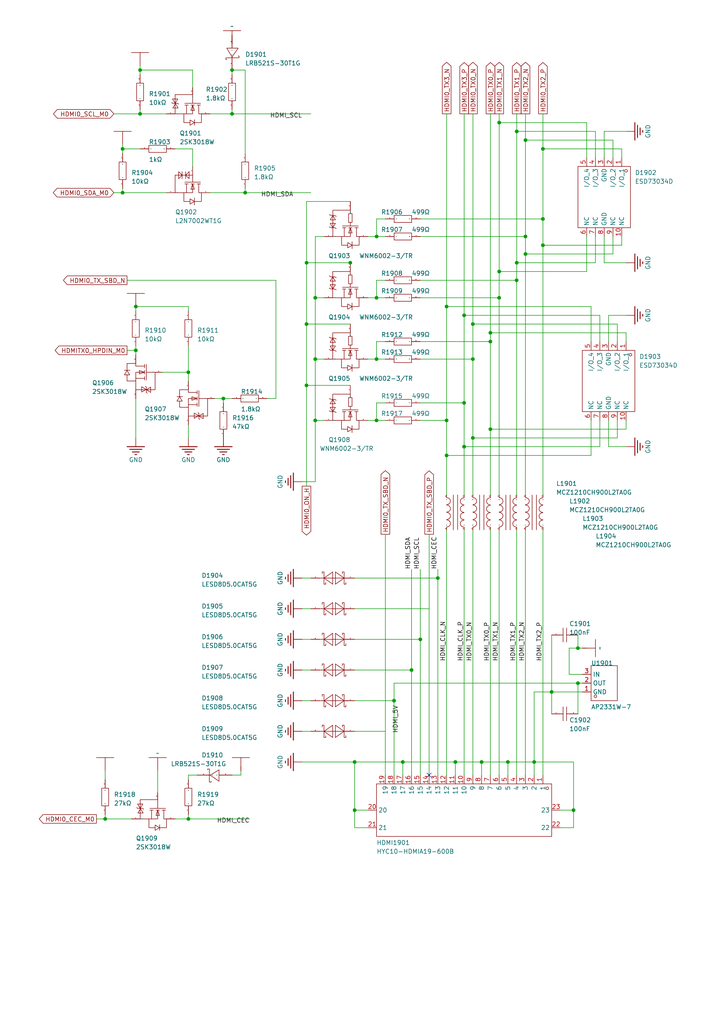
<source format=kicad_sch>
(kicad_sch
	(version 20250114)
	(generator "eeschema")
	(generator_version "9.0")
	(uuid "9dff29d8-5454-43d7-881f-0e9061699c99")
	(paper "A4" portrait)
	
	(junction
		(at 137.16 127)
		(diameter 0)
		(color 0 0 0 0)
		(uuid "030f4c18-514d-496a-8e72-5f8ba67f19f6")
	)
	(junction
		(at 129.54 132.08)
		(diameter 0)
		(color 0 0 0 0)
		(uuid "05dee51c-40c0-4413-aa1f-409a3c533462")
	)
	(junction
		(at 102.87 234.95)
		(diameter 0)
		(color 0 0 0 0)
		(uuid "12b6864d-00e9-4ef8-9817-4df8f18851b6")
	)
	(junction
		(at 167.64 187.96)
		(diameter 0)
		(color 0 0 0 0)
		(uuid "16012bfe-f6f1-4795-87cf-443a6d530ad2")
	)
	(junction
		(at 154.94 220.98)
		(diameter 0)
		(color 0 0 0 0)
		(uuid "1ab35f73-0cb1-48af-b467-587b2654e9dd")
	)
	(junction
		(at 152.4254 73.66)
		(diameter 0)
		(color 0 0 0 0)
		(uuid "20f68ee1-136e-4afb-9f29-66ba14a594fb")
	)
	(junction
		(at 67.31 33.02)
		(diameter 0)
		(color 0 0 0 0)
		(uuid "27dd9bbb-41a7-4f94-bff9-acf41c4190cb")
	)
	(junction
		(at 142.24 96.52)
		(diameter 0)
		(color 0 0 0 0)
		(uuid "2aa1cd76-79a4-49e0-b677-a85379796da1")
	)
	(junction
		(at 40.64 33.02)
		(diameter 0)
		(color 0 0 0 0)
		(uuid "2e959f21-02a4-4e14-a209-1b15b6d1f07c")
	)
	(junction
		(at 144.8054 78.74)
		(diameter 0)
		(color 0 0 0 0)
		(uuid "2ed5a630-5f2c-4902-9eea-dc4a6c3e2796")
	)
	(junction
		(at 91.44 86.36)
		(diameter 0)
		(color 0 0 0 0)
		(uuid "2f732e8e-4bd1-472b-b0d8-d6e2d09eb52b")
	)
	(junction
		(at 137.16 93.98)
		(diameter 0)
		(color 0 0 0 0)
		(uuid "32894103-f879-42d2-89f3-19149efb3bcd")
	)
	(junction
		(at 127 167.64)
		(diameter 0)
		(color 0 0 0 0)
		(uuid "333ca137-30cb-4ad7-b016-5563cc084451")
	)
	(junction
		(at 35.56 43.18)
		(diameter 0)
		(color 0 0 0 0)
		(uuid "33e51049-59bf-4d3c-a07e-f75c2657e6e7")
	)
	(junction
		(at 109.22 121.92)
		(diameter 0)
		(color 0 0 0 0)
		(uuid "367a92f3-9d9a-441d-aaa4-5c4e2eeaddcf")
	)
	(junction
		(at 114.3 203.2)
		(diameter 0)
		(color 0 0 0 0)
		(uuid "3b6aa389-6b27-47c1-838f-cf4339dfedbb")
	)
	(junction
		(at 144.8054 35.56)
		(diameter 0)
		(color 0 0 0 0)
		(uuid "3f580f39-c202-4154-8eed-116fb34c6ab0")
	)
	(junction
		(at 101.6 76.2)
		(diameter 0)
		(color 0 0 0 0)
		(uuid "3faec1ee-9b9b-40b5-98f8-1e68ce314499")
	)
	(junction
		(at 157.48 63.5)
		(diameter 0)
		(color 0 0 0 0)
		(uuid "3fd06fbb-bdbb-4b14-a1fa-9cc9f6d92567")
	)
	(junction
		(at 88.9254 76.2)
		(diameter 0)
		(color 0 0 0 0)
		(uuid "48a5a4b1-299c-47f0-847c-33633b6cb704")
	)
	(junction
		(at 142.24 124.46)
		(diameter 0)
		(color 0 0 0 0)
		(uuid "514adf03-f3e1-46fc-9fbf-1b97260f1075")
	)
	(junction
		(at 109.22 104.14)
		(diameter 0)
		(color 0 0 0 0)
		(uuid "52abc3bd-b076-4847-8db7-cc91e8a6b923")
	)
	(junction
		(at 132.08 220.98)
		(diameter 0)
		(color 0 0 0 0)
		(uuid "5787d526-e3ec-4da5-b081-88288653ca2d")
	)
	(junction
		(at 129.54 121.92)
		(diameter 0)
		(color 0 0 0 0)
		(uuid "58af2cde-381b-411d-b1d7-9e668bec7833")
	)
	(junction
		(at 67.31 20.32)
		(diameter 0)
		(color 0 0 0 0)
		(uuid "5cbb3e0a-dc30-445f-959d-eb353dde3eef")
	)
	(junction
		(at 142.24 99.06)
		(diameter 0)
		(color 0 0 0 0)
		(uuid "5cd23a90-cdc1-4c03-b641-2b515fc65428")
	)
	(junction
		(at 40.64 20.32)
		(diameter 0)
		(color 0 0 0 0)
		(uuid "6189d2c6-bcf2-41ef-9241-276417d71efc")
	)
	(junction
		(at 157.48 43.18)
		(diameter 0)
		(color 0 0 0 0)
		(uuid "6292f5cf-ca40-4ce6-93fa-d709abed17ac")
	)
	(junction
		(at 134.62 129.54)
		(diameter 0)
		(color 0 0 0 0)
		(uuid "64d66a22-435f-4931-bcd9-efab6b057aac")
	)
	(junction
		(at 134.62 91.44)
		(diameter 0)
		(color 0 0 0 0)
		(uuid "65e3ff5d-d3fd-42a6-a16b-9673f06953f9")
	)
	(junction
		(at 39.3954 101.6)
		(diameter 0)
		(color 0 0 0 0)
		(uuid "6aa403bc-d283-42aa-88aa-2a7c94acbf00")
	)
	(junction
		(at 134.62 116.84)
		(diameter 0)
		(color 0 0 0 0)
		(uuid "7a442699-a8e0-4756-98a3-5a4da0dbce5d")
	)
	(junction
		(at 121.92 185.42)
		(diameter 0)
		(color 0 0 0 0)
		(uuid "7fc42b81-bf6e-42c6-bc41-f1a3dc036627")
	)
	(junction
		(at 119.38 194.31)
		(diameter 0)
		(color 0 0 0 0)
		(uuid "8174f082-c761-453e-bdbb-a01008ed8e2a")
	)
	(junction
		(at 149.8854 38.1)
		(diameter 0)
		(color 0 0 0 0)
		(uuid "8270db2b-123d-4536-9403-e859a19e02be")
	)
	(junction
		(at 54.6354 107.95)
		(diameter 0)
		(color 0 0 0 0)
		(uuid "8c5a0679-4a85-413b-b69a-494cf88d6c5f")
	)
	(junction
		(at 102.87 220.98)
		(diameter 0)
		(color 0 0 0 0)
		(uuid "905a5edf-df90-42a0-bfa6-e41360792ac8")
	)
	(junction
		(at 149.86 81.28)
		(diameter 0)
		(color 0 0 0 0)
		(uuid "9212faae-c2b3-4e0f-b2e8-caa09f758d43")
	)
	(junction
		(at 54.6354 237.49)
		(diameter 0)
		(color 0 0 0 0)
		(uuid "97941a2e-99b2-4271-b063-5d1c8493e62d")
	)
	(junction
		(at 144.78 86.36)
		(diameter 0)
		(color 0 0 0 0)
		(uuid "9c1b16a1-6077-4dd6-a870-2129bfea10fc")
	)
	(junction
		(at 139.7 220.98)
		(diameter 0)
		(color 0 0 0 0)
		(uuid "a1a8b4fe-2562-437d-b986-d3d36e8ac5b4")
	)
	(junction
		(at 71.12 55.88)
		(diameter 0)
		(color 0 0 0 0)
		(uuid "a33d6c20-30e6-4831-b0bd-38433f86316b")
	)
	(junction
		(at 129.54 88.9)
		(diameter 0)
		(color 0 0 0 0)
		(uuid "a3c82e75-7fdb-4617-946b-a73bd192d845")
	)
	(junction
		(at 167.64 198.12)
		(diameter 0)
		(color 0 0 0 0)
		(uuid "ac042c84-b468-4691-bc65-1e7a5dff0608")
	)
	(junction
		(at 109.2454 68.58)
		(diameter 0)
		(color 0 0 0 0)
		(uuid "b4b2477b-70f9-4d7e-9248-294aa8365061")
	)
	(junction
		(at 116.84 220.98)
		(diameter 0)
		(color 0 0 0 0)
		(uuid "b62e7941-ab56-4b66-8f15-6fc7e454a5e5")
	)
	(junction
		(at 152.4254 68.58)
		(diameter 0)
		(color 0 0 0 0)
		(uuid "b8929206-3079-4cb8-aee3-48bab4b62199")
	)
	(junction
		(at 152.4254 40.64)
		(diameter 0)
		(color 0 0 0 0)
		(uuid "d448cafc-7262-40fa-af5d-b1724910bdce")
	)
	(junction
		(at 91.44 121.92)
		(diameter 0)
		(color 0 0 0 0)
		(uuid "d760b684-54f9-430d-8f90-ba9ced331125")
	)
	(junction
		(at 88.9 93.98)
		(diameter 0)
		(color 0 0 0 0)
		(uuid "d7ef6190-87e7-469b-8c2d-390cf4bd7176")
	)
	(junction
		(at 157.48 71.12)
		(diameter 0)
		(color 0 0 0 0)
		(uuid "d8e76989-eb5e-46d1-b4e4-a04b38479eb3")
	)
	(junction
		(at 147.32 220.98)
		(diameter 0)
		(color 0 0 0 0)
		(uuid "dc78f261-dd35-4afa-a91f-711436455c01")
	)
	(junction
		(at 88.9 111.76)
		(diameter 0)
		(color 0 0 0 0)
		(uuid "e0da567f-5fe9-4752-89ef-c017408cf96f")
	)
	(junction
		(at 149.8854 76.2)
		(diameter 0)
		(color 0 0 0 0)
		(uuid "e4a2b2f2-e32c-4ffa-bece-a9b06129241e")
	)
	(junction
		(at 109.22 86.36)
		(diameter 0)
		(color 0 0 0 0)
		(uuid "e628770f-b27f-4932-8791-f77b08cbc4dd")
	)
	(junction
		(at 91.44 104.14)
		(diameter 0)
		(color 0 0 0 0)
		(uuid "e976d6a5-1d75-4752-b3e0-78cb7da2df41")
	)
	(junction
		(at 64.7954 115.57)
		(diameter 0)
		(color 0 0 0 0)
		(uuid "eb26fe53-2a6d-4691-a9f6-218ae4e42838")
	)
	(junction
		(at 35.56 55.88)
		(diameter 0)
		(color 0 0 0 0)
		(uuid "f1e16733-59d7-40f4-81e0-e1c965092699")
	)
	(junction
		(at 166.37 234.95)
		(diameter 0)
		(color 0 0 0 0)
		(uuid "f4200519-73fd-41b6-8e22-5a087aafaedd")
	)
	(junction
		(at 39.3954 88.9)
		(diameter 0)
		(color 0 0 0 0)
		(uuid "f6c12956-6d7c-4402-92f9-2bd3dedbe076")
	)
	(junction
		(at 137.16 104.14)
		(diameter 0)
		(color 0 0 0 0)
		(uuid "fd073f9e-f0ea-43cb-bdcf-ba784fe45332")
	)
	(junction
		(at 30.5054 237.49)
		(diameter 0)
		(color 0 0 0 0)
		(uuid "fd8ea71e-573e-43e0-9051-26b69a63f900")
	)
	(junction
		(at 160.02 200.66)
		(diameter 0)
		(color 0 0 0 0)
		(uuid "fe8e38a1-138b-452e-b9a3-3e54d9ece8f9")
	)
	(no_connect
		(at 124.46 224.79)
		(uuid "e16c497c-8075-4bbd-97e7-0a87ffe3045f")
	)
	(wire
		(pts
			(xy 87.63 139.7) (xy 91.44 139.7)
		)
		(stroke
			(width 0)
			(type default)
		)
		(uuid "00590cb6-b5fa-4e71-9309-923953fc6ac7")
	)
	(wire
		(pts
			(xy 54.6354 88.9) (xy 39.3954 88.9)
		)
		(stroke
			(width 0)
			(type default)
		)
		(uuid "00a69d07-0f90-423b-ae81-c919d41b2c38")
	)
	(wire
		(pts
			(xy 144.78 143.51) (xy 144.78 86.36)
		)
		(stroke
			(width 0)
			(type default)
		)
		(uuid "01d5d08a-8b56-40e7-b447-22bb726e41a1")
	)
	(wire
		(pts
			(xy 144.8054 78.74) (xy 144.78 86.36)
		)
		(stroke
			(width 0)
			(type default)
		)
		(uuid "0245d6c5-6261-404b-b152-c0101ef486de")
	)
	(wire
		(pts
			(xy 137.16 127) (xy 137.16 143.51)
		)
		(stroke
			(width 0)
			(type default)
		)
		(uuid "03c7ceb8-82fc-4459-913e-a22e30086005")
	)
	(wire
		(pts
			(xy 154.94 220.98) (xy 166.37 220.98)
		)
		(stroke
			(width 0)
			(type default)
		)
		(uuid "04ce0c3d-d10a-4d46-b83b-721afb936a8f")
	)
	(wire
		(pts
			(xy 55.88 20.32) (xy 40.64 20.32)
		)
		(stroke
			(width 0)
			(type default)
		)
		(uuid "055c781c-9a6c-4bf0-8d0c-72694a042d65")
	)
	(wire
		(pts
			(xy 137.16 224.79) (xy 137.16 153.67)
		)
		(stroke
			(width 0)
			(type default)
		)
		(uuid "063ec45d-90d3-42e3-9fd1-6413f3851792")
	)
	(wire
		(pts
			(xy 127 167.64) (xy 102.87 167.64)
		)
		(stroke
			(width 0)
			(type default)
		)
		(uuid "066c290c-6542-4f9f-89a2-2643df3d30c5")
	)
	(wire
		(pts
			(xy 111.7854 212.09) (xy 111.7854 154.94)
		)
		(stroke
			(width 0)
			(type default)
		)
		(uuid "06c30877-7b54-457f-9945-1c802df82878")
	)
	(wire
		(pts
			(xy 60.96 55.88) (xy 71.12 55.88)
		)
		(stroke
			(width 0)
			(type default)
		)
		(uuid "0a9d4439-6978-4b9c-acb7-8d2f0c90f0ff")
	)
	(wire
		(pts
			(xy 88.9 140.97) (xy 88.9 111.76)
		)
		(stroke
			(width 0)
			(type default)
		)
		(uuid "0b170cad-3554-4306-8678-dbcfd8e7a88a")
	)
	(wire
		(pts
			(xy 87.63 220.98) (xy 102.87 220.98)
		)
		(stroke
			(width 0)
			(type default)
		)
		(uuid "0c1f4fbb-628f-4c98-85e0-78327ca8ce37")
	)
	(wire
		(pts
			(xy 129.54 132.08) (xy 129.54 143.51)
		)
		(stroke
			(width 0)
			(type default)
		)
		(uuid "0cffd0eb-9984-44d4-bca4-f92668c3f7c2")
	)
	(wire
		(pts
			(xy 119.38 165.1) (xy 119.38 194.31)
		)
		(stroke
			(width 0)
			(type default)
		)
		(uuid "0e433b0e-1197-445f-971a-e7a5906f7071")
	)
	(wire
		(pts
			(xy 67.31 31.75) (xy 67.31 33.02)
		)
		(stroke
			(width 0)
			(type default)
		)
		(uuid "0f68b777-4baa-48eb-9ab3-b7f9e0e18772")
	)
	(wire
		(pts
			(xy 71.12 20.32) (xy 67.31 20.32)
		)
		(stroke
			(width 0)
			(type default)
		)
		(uuid "11f56666-844b-4d4f-a4b1-5e380dd494cf")
	)
	(wire
		(pts
			(xy 109.2454 63.5) (xy 109.2454 68.58)
		)
		(stroke
			(width 0)
			(type default)
		)
		(uuid "1419e8c0-925c-44af-b7b5-4e595df9e663")
	)
	(wire
		(pts
			(xy 152.4254 33.02) (xy 152.4254 40.64)
		)
		(stroke
			(width 0)
			(type default)
		)
		(uuid "1526d976-2523-4367-88a8-7403995e8063")
	)
	(wire
		(pts
			(xy 40.64 43.18) (xy 35.56 43.18)
		)
		(stroke
			(width 0)
			(type default)
		)
		(uuid "15f94c75-9b76-4b3a-a668-7cea8847b06c")
	)
	(wire
		(pts
			(xy 142.24 99.06) (xy 121.92 99.06)
		)
		(stroke
			(width 0)
			(type default)
		)
		(uuid "19007668-1280-4229-87c9-1094897d02ee")
	)
	(wire
		(pts
			(xy 91.4654 68.58) (xy 94.0054 68.58)
		)
		(stroke
			(width 0)
			(type default)
		)
		(uuid "1b897782-0c0c-423c-bfb3-ddb89b21eaed")
	)
	(wire
		(pts
			(xy 129.5654 33.02) (xy 129.54 88.9)
		)
		(stroke
			(width 0)
			(type default)
		)
		(uuid "1c9a31f6-3587-41aa-be7e-31042b4c7c3b")
	)
	(wire
		(pts
			(xy 137.16 104.14) (xy 137.16 93.98)
		)
		(stroke
			(width 0)
			(type default)
		)
		(uuid "1dcd6ebf-fce7-4059-b998-efadc1d39633")
	)
	(wire
		(pts
			(xy 165.1 195.58) (xy 168.91 195.58)
		)
		(stroke
			(width 0)
			(type default)
		)
		(uuid "1f459371-81a2-473e-a80a-ff2c97f19e40")
	)
	(wire
		(pts
			(xy 176.53 129.54) (xy 181.61 129.54)
		)
		(stroke
			(width 0)
			(type default)
		)
		(uuid "208ad12e-1428-47b5-b31c-949de649383c")
	)
	(wire
		(pts
			(xy 111.7854 63.5) (xy 109.2454 63.5)
		)
		(stroke
			(width 0)
			(type default)
		)
		(uuid "21bebd4e-6521-412f-b929-431957b55127")
	)
	(wire
		(pts
			(xy 109.22 86.36) (xy 111.76 86.36)
		)
		(stroke
			(width 0)
			(type default)
		)
		(uuid "21dbd676-7a1c-4b3f-8e4a-93126201b465")
	)
	(wire
		(pts
			(xy 154.94 220.98) (xy 154.94 224.79)
		)
		(stroke
			(width 0)
			(type default)
		)
		(uuid "22a41d51-4742-4674-ac48-c6ea2c3249bb")
	)
	(wire
		(pts
			(xy 109.22 104.14) (xy 106.68 104.14)
		)
		(stroke
			(width 0)
			(type default)
		)
		(uuid "22bbb0cc-d011-40bf-92d2-9ad6aff4f319")
	)
	(wire
		(pts
			(xy 36.8554 81.28) (xy 80.0354 81.28)
		)
		(stroke
			(width 0)
			(type default)
		)
		(uuid "231ce409-2066-40a9-99c5-724a2e43eaa7")
	)
	(wire
		(pts
			(xy 109.22 104.14) (xy 111.76 104.14)
		)
		(stroke
			(width 0)
			(type default)
		)
		(uuid "236c8626-7a2d-4a3a-8b62-0d98924c642d")
	)
	(wire
		(pts
			(xy 167.64 198.12) (xy 167.64 207.01)
		)
		(stroke
			(width 0)
			(type default)
		)
		(uuid "23a5dc9f-5873-4943-9071-0fc29f466bc4")
	)
	(wire
		(pts
			(xy 111.76 81.28) (xy 109.22 81.28)
		)
		(stroke
			(width 0)
			(type default)
		)
		(uuid "249a3a45-ba09-433c-9e3e-2baa46ebff06")
	)
	(wire
		(pts
			(xy 64.7954 115.57) (xy 62.2554 115.57)
		)
		(stroke
			(width 0)
			(type default)
		)
		(uuid "2618ae67-8921-4d81-abb3-a856b6f410f7")
	)
	(wire
		(pts
			(xy 90.17 185.42) (xy 87.63 185.42)
		)
		(stroke
			(width 0)
			(type default)
		)
		(uuid "271290df-3de2-4dfc-aebe-c21bafb51c74")
	)
	(wire
		(pts
			(xy 160.02 200.66) (xy 168.91 200.66)
		)
		(stroke
			(width 0)
			(type default)
		)
		(uuid "277e3025-9602-4ee0-8735-8148d628da02")
	)
	(wire
		(pts
			(xy 55.88 43.18) (xy 55.88 48.26)
		)
		(stroke
			(width 0)
			(type default)
		)
		(uuid "28e999ca-f8dd-42eb-a237-bcad0af4d9f4")
	)
	(wire
		(pts
			(xy 124.46 176.53) (xy 124.46 224.79)
		)
		(stroke
			(width 0)
			(type default)
		)
		(uuid "28fa3990-ddcd-4e76-8e13-24978779825c")
	)
	(wire
		(pts
			(xy 180.34 43.18) (xy 157.48 43.18)
		)
		(stroke
			(width 0)
			(type default)
		)
		(uuid "28fee4a3-aa58-4f9d-9a03-0fc9df41398b")
	)
	(wire
		(pts
			(xy 139.7 220.98) (xy 139.7 224.79)
		)
		(stroke
			(width 0)
			(type default)
		)
		(uuid "2a14393e-d156-4458-85ff-cc46af7b9f22")
	)
	(wire
		(pts
			(xy 154.94 200.66) (xy 154.94 220.98)
		)
		(stroke
			(width 0)
			(type default)
		)
		(uuid "2a8b105e-5729-4261-8557-5fa212f4739b")
	)
	(wire
		(pts
			(xy 132.08 220.98) (xy 139.7 220.98)
		)
		(stroke
			(width 0)
			(type default)
		)
		(uuid "2b50b2af-2a3a-4692-b337-cfc471b4e75e")
	)
	(wire
		(pts
			(xy 40.64 31.75) (xy 40.64 33.02)
		)
		(stroke
			(width 0)
			(type default)
		)
		(uuid "2b629234-9512-46f3-8c2b-31c5dcbd7b88")
	)
	(wire
		(pts
			(xy 119.38 194.31) (xy 102.87 194.31)
		)
		(stroke
			(width 0)
			(type default)
		)
		(uuid "2b95a257-1653-4f7e-a1e8-2bc35a4dcd53")
	)
	(wire
		(pts
			(xy 67.31 12.7) (xy 67.31 10.16)
		)
		(stroke
			(width 0)
			(type default)
		)
		(uuid "2c7c2bea-e174-47f5-a5ad-6dc8adbfe4c8")
	)
	(wire
		(pts
			(xy 171.45 88.9) (xy 171.45 99.06)
		)
		(stroke
			(width 0)
			(type default)
		)
		(uuid "2d221875-da76-4fd9-8371-f674e2a7714b")
	)
	(wire
		(pts
			(xy 114.3 203.2) (xy 114.3 224.79)
		)
		(stroke
			(width 0)
			(type default)
		)
		(uuid "2d93502d-aa4d-4370-a55e-1934f5879244")
	)
	(wire
		(pts
			(xy 109.22 99.06) (xy 109.22 104.14)
		)
		(stroke
			(width 0)
			(type default)
		)
		(uuid "2ddaaa01-9783-4cd1-a46d-1e11872516f0")
	)
	(wire
		(pts
			(xy 27.9654 237.49) (xy 30.5054 237.49)
		)
		(stroke
			(width 0)
			(type default)
		)
		(uuid "3521d6bb-74cc-4cf9-85e8-aa30f3dc1d34")
	)
	(wire
		(pts
			(xy 144.8054 33.02) (xy 144.8054 35.56)
		)
		(stroke
			(width 0)
			(type default)
		)
		(uuid "36b6f3a1-ca71-4d94-a781-95e992407854")
	)
	(wire
		(pts
			(xy 101.6 76.2) (xy 88.9254 76.2)
		)
		(stroke
			(width 0)
			(type default)
		)
		(uuid "36cfbf3a-32dd-441f-9566-dd956643535a")
	)
	(wire
		(pts
			(xy 167.64 187.96) (xy 168.91 187.96)
		)
		(stroke
			(width 0)
			(type default)
		)
		(uuid "3756f54f-deba-4766-b0a9-7d718676d4e8")
	)
	(wire
		(pts
			(xy 88.9254 58.42) (xy 88.9254 76.2)
		)
		(stroke
			(width 0)
			(type default)
		)
		(uuid "37804303-bbea-4a29-8c12-e101b993c627")
	)
	(wire
		(pts
			(xy 109.22 81.28) (xy 109.22 86.36)
		)
		(stroke
			(width 0)
			(type default)
		)
		(uuid "3a5eb48d-4489-46d4-b69d-980c2ef7451e")
	)
	(wire
		(pts
			(xy 152.4254 73.66) (xy 152.4 143.51)
		)
		(stroke
			(width 0)
			(type default)
		)
		(uuid "3bb8d7a8-e915-45d2-baba-35c18f23e1bc")
	)
	(wire
		(pts
			(xy 109.22 121.92) (xy 106.68 121.92)
		)
		(stroke
			(width 0)
			(type default)
		)
		(uuid "3cd11b7f-beb1-428d-8862-849c1f6ecbf7")
	)
	(wire
		(pts
			(xy 109.22 116.84) (xy 109.22 121.92)
		)
		(stroke
			(width 0)
			(type default)
		)
		(uuid "3cdbb110-7276-47fa-b875-0785fe126001")
	)
	(wire
		(pts
			(xy 129.54 88.9) (xy 171.45 88.9)
		)
		(stroke
			(width 0)
			(type default)
		)
		(uuid "3d0143c5-29dc-4b33-b345-d73e51c4dbeb")
	)
	(wire
		(pts
			(xy 170.18 68.58) (xy 170.18 78.74)
		)
		(stroke
			(width 0)
			(type default)
		)
		(uuid "3d2bfc32-9f62-462f-a2d3-9e73a0aae774")
	)
	(wire
		(pts
			(xy 111.76 99.06) (xy 109.22 99.06)
		)
		(stroke
			(width 0)
			(type default)
		)
		(uuid "3e7eb59e-1406-4e0d-a41d-11912d687a61")
	)
	(wire
		(pts
			(xy 114.3 203.2) (xy 102.87 203.2)
		)
		(stroke
			(width 0)
			(type default)
		)
		(uuid "40c0f68f-e74d-416d-8098-c15b64296b29")
	)
	(wire
		(pts
			(xy 50.8 43.18) (xy 55.88 43.18)
		)
		(stroke
			(width 0)
			(type default)
		)
		(uuid "41280569-8c32-4cef-a8cb-f3b7323e0d64")
	)
	(wire
		(pts
			(xy 137.16 127) (xy 179.07 127)
		)
		(stroke
			(width 0)
			(type default)
		)
		(uuid "41c5a588-7e59-4da4-a8ba-6314cfe75939")
	)
	(wire
		(pts
			(xy 154.94 200.66) (xy 160.02 200.66)
		)
		(stroke
			(width 0)
			(type default)
		)
		(uuid "42718d91-1c39-4ecc-bccc-c134d8d9de76")
	)
	(wire
		(pts
			(xy 106.68 240.03) (xy 102.87 240.03)
		)
		(stroke
			(width 0)
			(type default)
		)
		(uuid "42f0ea93-3187-4610-b6fb-27acc42107e9")
	)
	(wire
		(pts
			(xy 30.5054 226.06) (xy 30.5054 223.52)
		)
		(stroke
			(width 0)
			(type default)
		)
		(uuid "4488c264-03fc-40a9-bbde-37d7f2c4f22b")
	)
	(wire
		(pts
			(xy 54.6354 224.79) (xy 54.6354 226.06)
		)
		(stroke
			(width 0)
			(type default)
		)
		(uuid "456283eb-39ab-4ad8-a76d-4d503de1036f")
	)
	(wire
		(pts
			(xy 129.54 224.79) (xy 129.54 153.67)
		)
		(stroke
			(width 0)
			(type default)
		)
		(uuid "45b0334a-d454-47ec-a44e-92336a2c6c29")
	)
	(wire
		(pts
			(xy 177.8 40.64) (xy 152.4254 40.64)
		)
		(stroke
			(width 0)
			(type default)
		)
		(uuid "478fbb24-5a82-4614-b5ad-e61751c5d311")
	)
	(wire
		(pts
			(xy 40.64 19.05) (xy 40.64 20.32)
		)
		(stroke
			(width 0)
			(type default)
		)
		(uuid "4950d6ce-840e-4689-9017-44842b7bf518")
	)
	(wire
		(pts
			(xy 166.37 240.03) (xy 166.37 234.95)
		)
		(stroke
			(width 0)
			(type default)
		)
		(uuid "4b54a323-07b5-4454-9dee-47d595507191")
	)
	(wire
		(pts
			(xy 152.4254 73.66) (xy 152.4254 68.58)
		)
		(stroke
			(width 0)
			(type default)
		)
		(uuid "4bfab97a-a1b1-4441-8e58-10312a560041")
	)
	(wire
		(pts
			(xy 172.72 38.1) (xy 149.8854 38.1)
		)
		(stroke
			(width 0)
			(type default)
		)
		(uuid "4c2a8504-91b8-42dd-bd97-d8ee291e4c69")
	)
	(wire
		(pts
			(xy 170.18 35.56) (xy 144.8054 35.56)
		)
		(stroke
			(width 0)
			(type default)
		)
		(uuid "4c8352c5-c44d-4f21-9008-0d3d3b18cb55")
	)
	(wire
		(pts
			(xy 91.44 104.14) (xy 91.44 121.92)
		)
		(stroke
			(width 0)
			(type default)
		)
		(uuid "4ed54a7e-020b-47ab-b2d0-d5bb3f4598f7")
	)
	(wire
		(pts
			(xy 77.4954 115.57) (xy 80.0354 115.57)
		)
		(stroke
			(width 0)
			(type default)
		)
		(uuid "4f52b2bf-01c2-4d0a-b06a-22e26653e0b9")
	)
	(wire
		(pts
			(xy 165.1 187.96) (xy 165.1 195.58)
		)
		(stroke
			(width 0)
			(type default)
		)
		(uuid "4f84aec1-fe3a-41bb-b9e1-b1c19923052b")
	)
	(wire
		(pts
			(xy 152.4254 68.58) (xy 121.9454 68.58)
		)
		(stroke
			(width 0)
			(type default)
		)
		(uuid "4fd08a88-3e07-46ae-9090-e7534b13a345")
	)
	(wire
		(pts
			(xy 142.24 99.06) (xy 142.24 96.52)
		)
		(stroke
			(width 0)
			(type default)
		)
		(uuid "51a2b19e-4b0f-488f-bed9-d8bfd3bfa539")
	)
	(wire
		(pts
			(xy 109.2454 68.58) (xy 106.7054 68.58)
		)
		(stroke
			(width 0)
			(type default)
		)
		(uuid "528564d5-7d95-4df0-a900-b8ff649e6273")
	)
	(wire
		(pts
			(xy 111.76 212.09) (xy 111.76 224.79)
		)
		(stroke
			(width 0)
			(type default)
		)
		(uuid "52d3b254-d114-427f-b174-777fe9b58e35")
	)
	(wire
		(pts
			(xy 40.64 21.59) (xy 40.64 20.32)
		)
		(stroke
			(width 0)
			(type default)
		)
		(uuid "53012a1d-56d4-4cf3-81fb-7a37fb1ced2f")
	)
	(wire
		(pts
			(xy 142.24 224.79) (xy 142.24 153.67)
		)
		(stroke
			(width 0)
			(type default)
		)
		(uuid "531a15a8-db87-46cd-946e-84930403f83b")
	)
	(wire
		(pts
			(xy 91.44 86.36) (xy 93.98 86.36)
		)
		(stroke
			(width 0)
			(type default)
		)
		(uuid "53a5edd3-cf11-4e9d-99b5-b7c1dbb23af6")
	)
	(wire
		(pts
			(xy 30.5054 236.22) (xy 30.5054 237.49)
		)
		(stroke
			(width 0)
			(type default)
		)
		(uuid "55e83031-c8ae-4cff-8bd1-b25034238439")
	)
	(wire
		(pts
			(xy 142.24 124.46) (xy 142.24 143.51)
		)
		(stroke
			(width 0)
			(type default)
		)
		(uuid "5a2b2399-1738-4408-a75c-054f6530e06d")
	)
	(wire
		(pts
			(xy 137.16 93.98) (xy 179.07 93.98)
		)
		(stroke
			(width 0)
			(type default)
		)
		(uuid "5a5a7af9-9a93-4569-80eb-4586ce79a6f1")
	)
	(wire
		(pts
			(xy 175.26 38.1) (xy 175.26 45.72)
		)
		(stroke
			(width 0)
			(type default)
		)
		(uuid "5c03fae6-a29f-4e63-ad60-fadfcf40394a")
	)
	(wire
		(pts
			(xy 45.7454 223.52) (xy 45.7454 229.87)
		)
		(stroke
			(width 0)
			(type default)
		)
		(uuid "5caa4f10-700a-49ab-b4f8-61200f159b02")
	)
	(wire
		(pts
			(xy 39.3954 101.6) (xy 39.3954 100.33)
		)
		(stroke
			(width 0)
			(type default)
		)
		(uuid "5e82ccc2-af6e-40d9-879a-42716b3e2611")
	)
	(wire
		(pts
			(xy 39.3954 88.9) (xy 39.3954 90.17)
		)
		(stroke
			(width 0)
			(type default)
		)
		(uuid "5eaf0297-a2ad-4719-9447-a285da10743d")
	)
	(wire
		(pts
			(xy 88.9 93.98) (xy 88.9254 76.2)
		)
		(stroke
			(width 0)
			(type default)
		)
		(uuid "60c79856-a66d-418d-bf9c-59772578257d")
	)
	(wire
		(pts
			(xy 165.1 187.96) (xy 167.64 187.96)
		)
		(stroke
			(width 0)
			(type default)
		)
		(uuid "61bf0455-476b-4325-92fd-5afee246b421")
	)
	(wire
		(pts
			(xy 121.92 185.42) (xy 102.87 185.42)
		)
		(stroke
			(width 0)
			(type default)
		)
		(uuid "6299867c-4622-4697-a8ea-263721809cef")
	)
	(wire
		(pts
			(xy 157.48 63.5) (xy 121.9454 63.5)
		)
		(stroke
			(width 0)
			(type default)
		)
		(uuid "62b71bc2-3983-4732-8adc-f734da3f11ff")
	)
	(wire
		(pts
			(xy 116.84 220.98) (xy 116.84 224.79)
		)
		(stroke
			(width 0)
			(type default)
		)
		(uuid "6313c9a9-366c-4115-84fe-1761bd66cf3f")
	)
	(wire
		(pts
			(xy 170.18 78.74) (xy 144.8054 78.74)
		)
		(stroke
			(width 0)
			(type default)
		)
		(uuid "64bbd3fc-e9c5-4fc5-b2de-bd2001da12da")
	)
	(wire
		(pts
			(xy 176.53 121.92) (xy 176.53 129.54)
		)
		(stroke
			(width 0)
			(type default)
		)
		(uuid "655f4954-5116-4286-aea4-d90fb16594c2")
	)
	(wire
		(pts
			(xy 179.07 93.98) (xy 179.07 99.06)
		)
		(stroke
			(width 0)
			(type default)
		)
		(uuid "66b91f0d-d322-43c5-b35e-b4d0910c98b9")
	)
	(wire
		(pts
			(xy 166.37 234.95) (xy 162.56 234.95)
		)
		(stroke
			(width 0)
			(type default)
		)
		(uuid "66d64c75-7203-4d62-a55f-5e99a743dce9")
	)
	(wire
		(pts
			(xy 147.32 220.98) (xy 147.32 224.79)
		)
		(stroke
			(width 0)
			(type default)
		)
		(uuid "673d7e54-581d-4663-82bd-c370d65d720b")
	)
	(wire
		(pts
			(xy 71.12 44.45) (xy 71.12 20.32)
		)
		(stroke
			(width 0)
			(type default)
		)
		(uuid "6942fa65-cae8-457f-b40c-33809785d835")
	)
	(wire
		(pts
			(xy 35.56 55.88) (xy 48.26 55.88)
		)
		(stroke
			(width 0)
			(type default)
		)
		(uuid "6967140f-3051-4027-a08a-9f022b9269af")
	)
	(wire
		(pts
			(xy 54.6354 88.9) (xy 54.6354 90.17)
		)
		(stroke
			(width 0)
			(type default)
		)
		(uuid "69f8a4c8-012b-41aa-8336-253bba00a131")
	)
	(wire
		(pts
			(xy 111.76 121.92) (xy 109.22 121.92)
		)
		(stroke
			(width 0)
			(type default)
		)
		(uuid "6ae5a5fa-e951-423d-ad52-a4a685435c6f")
	)
	(wire
		(pts
			(xy 166.37 220.98) (xy 166.37 234.95)
		)
		(stroke
			(width 0)
			(type default)
		)
		(uuid "6c042016-ada0-418c-ad5d-20598e5faba0")
	)
	(wire
		(pts
			(xy 88.9 111.76) (xy 88.9 93.98)
		)
		(stroke
			(width 0)
			(type default)
		)
		(uuid "6dc3aa04-4743-4608-8c17-6986404040b5")
	)
	(wire
		(pts
			(xy 134.62 116.84) (xy 134.62 91.44)
		)
		(stroke
			(width 0)
			(type default)
		)
		(uuid "6fcc529b-b0ef-4d55-bb07-2834ad173014")
	)
	(wire
		(pts
			(xy 177.8 73.66) (xy 152.4254 73.66)
		)
		(stroke
			(width 0)
			(type default)
		)
		(uuid "71147d61-aad4-4806-b679-fd535c2efe01")
	)
	(wire
		(pts
			(xy 54.6354 127) (xy 54.6354 123.19)
		)
		(stroke
			(width 0)
			(type default)
		)
		(uuid "71cc987e-c561-444a-8694-9b8f608c5ae1")
	)
	(wire
		(pts
			(xy 134.62 129.54) (xy 173.99 129.54)
		)
		(stroke
			(width 0)
			(type default)
		)
		(uuid "72883166-5b4c-4c5c-b52c-7e6dce7377c4")
	)
	(wire
		(pts
			(xy 142.24 96.52) (xy 181.61 96.52)
		)
		(stroke
			(width 0)
			(type default)
		)
		(uuid "7680a291-dd8c-4c62-b78e-a9db5159552c")
	)
	(wire
		(pts
			(xy 102.87 234.95) (xy 102.87 220.98)
		)
		(stroke
			(width 0)
			(type default)
		)
		(uuid "77cadbad-8447-47a4-b3d6-ed8b0a39f129")
	)
	(wire
		(pts
			(xy 175.26 76.2) (xy 175.26 68.58)
		)
		(stroke
			(width 0)
			(type default)
		)
		(uuid "78dea6fc-3960-4c43-82c3-d7f02d5c3bbb")
	)
	(wire
		(pts
			(xy 71.12 55.88) (xy 90.17 55.88)
		)
		(stroke
			(width 0)
			(type default)
		)
		(uuid "7ac6bc08-bd89-4ccf-aa42-4b65bca7930e")
	)
	(wire
		(pts
			(xy 54.6354 237.49) (xy 54.6354 236.22)
		)
		(stroke
			(width 0)
			(type default)
		)
		(uuid "7ac7e20d-3d66-48a4-8232-86e1c1d13e42")
	)
	(wire
		(pts
			(xy 129.54 121.92) (xy 129.54 88.9)
		)
		(stroke
			(width 0)
			(type default)
		)
		(uuid "7cbaf3a1-1bb2-41af-a9cb-3ec062098f48")
	)
	(wire
		(pts
			(xy 93.98 121.92) (xy 91.44 121.92)
		)
		(stroke
			(width 0)
			(type default)
		)
		(uuid "7d1b08f0-b5c8-469c-acfa-f76fe157057e")
	)
	(wire
		(pts
			(xy 147.32 220.98) (xy 154.94 220.98)
		)
		(stroke
			(width 0)
			(type default)
		)
		(uuid "7ed89ff4-b470-4de9-96b5-f4dd9b1fee7f")
	)
	(wire
		(pts
			(xy 124.4854 176.53) (xy 124.4854 154.94)
		)
		(stroke
			(width 0)
			(type default)
		)
		(uuid "7eef85b8-7dca-47ed-98b9-ea75bbec93a3")
	)
	(wire
		(pts
			(xy 129.54 121.92) (xy 129.54 132.08)
		)
		(stroke
			(width 0)
			(type default)
		)
		(uuid "803d9c2b-8487-4f7f-b456-3c8f4e10a74f")
	)
	(wire
		(pts
			(xy 109.2454 68.58) (xy 111.7854 68.58)
		)
		(stroke
			(width 0)
			(type default)
		)
		(uuid "819f5f6a-ab87-41b5-85e6-d859572b0472")
	)
	(wire
		(pts
			(xy 35.56 55.88) (xy 35.56 54.61)
		)
		(stroke
			(width 0)
			(type default)
		)
		(uuid "81df0934-b0ab-4e33-9400-49daac1b95ba")
	)
	(wire
		(pts
			(xy 121.92 165.1) (xy 121.92 185.42)
		)
		(stroke
			(width 0)
			(type default)
		)
		(uuid "846b622f-0132-4920-b433-20b1af54122b")
	)
	(wire
		(pts
			(xy 172.72 68.58) (xy 172.72 76.2)
		)
		(stroke
			(width 0)
			(type default)
		)
		(uuid "85cc3e4d-9320-4c37-8681-b478f7146dd2")
	)
	(wire
		(pts
			(xy 142.2654 33.02) (xy 142.24 96.52)
		)
		(stroke
			(width 0)
			(type default)
		)
		(uuid "85d51dad-42fb-40b9-b928-ad8aed387106")
	)
	(wire
		(pts
			(xy 157.48 43.18) (xy 157.48 63.5)
		)
		(stroke
			(width 0)
			(type default)
		)
		(uuid "860b0845-98d9-4452-bcdb-24d2161f1a87")
	)
	(wire
		(pts
			(xy 149.86 81.28) (xy 121.92 81.28)
		)
		(stroke
			(width 0)
			(type default)
		)
		(uuid "8654fddb-9435-424b-adcf-c822a0266949")
	)
	(wire
		(pts
			(xy 173.99 129.54) (xy 173.99 121.92)
		)
		(stroke
			(width 0)
			(type default)
		)
		(uuid "87716d0d-7b8a-4c24-8d62-9f7ce82e4b37")
	)
	(wire
		(pts
			(xy 72.4154 237.49) (xy 54.6354 237.49)
		)
		(stroke
			(width 0)
			(type default)
		)
		(uuid "8a1a29c1-e961-49c6-b0de-0cdcd8e5a6f1")
	)
	(wire
		(pts
			(xy 91.44 121.92) (xy 91.44 139.7)
		)
		(stroke
			(width 0)
			(type default)
		)
		(uuid "8f59aca1-7082-46da-99d1-3105ab89d0f7")
	)
	(wire
		(pts
			(xy 139.7 220.98) (xy 147.32 220.98)
		)
		(stroke
			(width 0)
			(type default)
		)
		(uuid "91a65b91-08ed-4dd5-b401-30596d5934ef")
	)
	(wire
		(pts
			(xy 134.6454 33.02) (xy 134.62 91.44)
		)
		(stroke
			(width 0)
			(type default)
		)
		(uuid "92ae5f77-4bd7-4614-9315-20988d5cd539")
	)
	(wire
		(pts
			(xy 114.3 203.2) (xy 114.3 198.12)
		)
		(stroke
			(width 0)
			(type default)
		)
		(uuid "937118d1-362f-4291-865c-a4ec5ae581d5")
	)
	(wire
		(pts
			(xy 180.34 45.72) (xy 180.34 43.18)
		)
		(stroke
			(width 0)
			(type default)
		)
		(uuid "93d89213-1b6a-41ab-bd8e-d202b302e76e")
	)
	(wire
		(pts
			(xy 137.16 104.14) (xy 137.16 127)
		)
		(stroke
			(width 0)
			(type default)
		)
		(uuid "9585956e-1139-4bc8-8313-9a413bf712a8")
	)
	(wire
		(pts
			(xy 91.44 104.14) (xy 91.44 86.36)
		)
		(stroke
			(width 0)
			(type default)
		)
		(uuid "9a183b24-4443-4fb8-9999-04b0c45632ad")
	)
	(wire
		(pts
			(xy 160.02 200.66) (xy 160.02 207.01)
		)
		(stroke
			(width 0)
			(type default)
		)
		(uuid "9a2e7b11-0627-42d6-87f8-f5718aa7762a")
	)
	(wire
		(pts
			(xy 90.17 194.31) (xy 87.63 194.31)
		)
		(stroke
			(width 0)
			(type default)
		)
		(uuid "9a30b5d5-0a70-45cc-a28f-4e0ecf9c8f0a")
	)
	(wire
		(pts
			(xy 134.62 116.84) (xy 134.62 129.54)
		)
		(stroke
			(width 0)
			(type default)
		)
		(uuid "9a63cf60-ca08-40fc-b83e-61338a26f3c7")
	)
	(wire
		(pts
			(xy 132.08 220.98) (xy 132.08 224.79)
		)
		(stroke
			(width 0)
			(type default)
		)
		(uuid "9adc2cf2-6423-46bd-8284-740f904d875a")
	)
	(wire
		(pts
			(xy 64.7954 116.84) (xy 64.7954 115.57)
		)
		(stroke
			(width 0)
			(type default)
		)
		(uuid "9b7d5979-18c6-4e42-b5c8-673ebe410369")
	)
	(wire
		(pts
			(xy 157.48 224.79) (xy 157.48 153.67)
		)
		(stroke
			(width 0)
			(type default)
		)
		(uuid "9b8608f7-7ddd-45b1-95ae-ca577a56d03a")
	)
	(wire
		(pts
			(xy 50.8254 237.49) (xy 54.6354 237.49)
		)
		(stroke
			(width 0)
			(type default)
		)
		(uuid "9bb56d0b-d9e4-478d-a19e-131feab5def2")
	)
	(wire
		(pts
			(xy 127 165.1) (xy 127 167.64)
		)
		(stroke
			(width 0)
			(type default)
		)
		(uuid "9ce4aae9-ff2b-435b-b6d6-932ae186536f")
	)
	(wire
		(pts
			(xy 54.6354 107.95) (xy 54.6354 100.33)
		)
		(stroke
			(width 0)
			(type default)
		)
		(uuid "9d078afd-6f9e-435c-9d94-52dbdffccae6")
	)
	(wire
		(pts
			(xy 144.78 224.79) (xy 144.78 153.67)
		)
		(stroke
			(width 0)
			(type default)
		)
		(uuid "9d83c4e2-efe3-46c2-b236-c15ea495f200")
	)
	(wire
		(pts
			(xy 149.8854 33.02) (xy 149.8854 38.1)
		)
		(stroke
			(width 0)
			(type default)
		)
		(uuid "9e4e7a36-151e-44ca-9268-f07ed5e21487")
	)
	(wire
		(pts
			(xy 101.6254 76.2) (xy 101.6 76.2)
		)
		(stroke
			(width 0)
			(type default)
		)
		(uuid "9e7dd9b6-2a9e-4c4e-8e6b-e756f3336390")
	)
	(wire
		(pts
			(xy 157.48 71.12) (xy 157.48 143.51)
		)
		(stroke
			(width 0)
			(type default)
		)
		(uuid "9fa8bcb3-bc38-4cd0-9a26-72948b8ba2e1")
	)
	(wire
		(pts
			(xy 173.99 91.44) (xy 173.99 99.06)
		)
		(stroke
			(width 0)
			(type default)
		)
		(uuid "a06b0847-f922-4017-80a4-b0ee5ae5790b")
	)
	(wire
		(pts
			(xy 175.26 38.1) (xy 181.61 38.1)
		)
		(stroke
			(width 0)
			(type default)
		)
		(uuid "a1976ebd-37b0-4e82-a722-ee605112521c")
	)
	(wire
		(pts
			(xy 38.1254 237.49) (xy 30.5054 237.49)
		)
		(stroke
			(width 0)
			(type default)
		)
		(uuid "a2fbe3b9-159b-4868-b284-3be1932723ed")
	)
	(wire
		(pts
			(xy 137.16 104.14) (xy 121.92 104.14)
		)
		(stroke
			(width 0)
			(type default)
		)
		(uuid "a626dc17-6a83-406a-aaf4-b13338926c3b")
	)
	(wire
		(pts
			(xy 111.76 116.84) (xy 109.22 116.84)
		)
		(stroke
			(width 0)
			(type default)
		)
		(uuid "a714d76c-b69f-4307-81f6-9622148635c5")
	)
	(wire
		(pts
			(xy 157.48 33.02) (xy 157.48 43.18)
		)
		(stroke
			(width 0)
			(type default)
		)
		(uuid "a7726de9-e1e3-4307-b599-bf47b557a493")
	)
	(wire
		(pts
			(xy 129.54 132.08) (xy 171.45 132.08)
		)
		(stroke
			(width 0)
			(type default)
		)
		(uuid "a78b8507-416f-4c9f-8c0c-441a9c0e6e67")
	)
	(wire
		(pts
			(xy 80.0354 115.57) (xy 80.0354 81.28)
		)
		(stroke
			(width 0)
			(type default)
		)
		(uuid "a7f821cf-0fba-4f33-a7d3-15feddbf1697")
	)
	(wire
		(pts
			(xy 172.72 76.2) (xy 149.8854 76.2)
		)
		(stroke
			(width 0)
			(type default)
		)
		(uuid "a8a7d00d-1f4a-4b74-997a-5b4bfb220e99")
	)
	(wire
		(pts
			(xy 124.46 176.53) (xy 102.87 176.53)
		)
		(stroke
			(width 0)
			(type default)
		)
		(uuid "acbef634-d483-4e4c-8736-0852ce0f78d2")
	)
	(wire
		(pts
			(xy 121.92 185.42) (xy 121.92 224.79)
		)
		(stroke
			(width 0)
			(type default)
		)
		(uuid "ad79075c-8c80-49ef-a5bc-54ca003f75e7")
	)
	(wire
		(pts
			(xy 33.02 33.02) (xy 40.64 33.02)
		)
		(stroke
			(width 0)
			(type default)
		)
		(uuid "ad871e5b-80b0-401d-b19a-8798bdaa3476")
	)
	(wire
		(pts
			(xy 67.31 33.02) (xy 90.17 33.02)
		)
		(stroke
			(width 0)
			(type default)
		)
		(uuid "aeb9a23e-c2b8-4d69-b844-2960ed16a102")
	)
	(wire
		(pts
			(xy 149.86 143.51) (xy 149.86 81.28)
		)
		(stroke
			(width 0)
			(type default)
		)
		(uuid "b1004df0-efc1-4a6d-af1c-9684719bbc43")
	)
	(wire
		(pts
			(xy 102.87 220.98) (xy 116.84 220.98)
		)
		(stroke
			(width 0)
			(type default)
		)
		(uuid "b1804553-0140-415c-ba15-c95a6da796f0")
	)
	(wire
		(pts
			(xy 111.76 212.09) (xy 102.87 212.09)
		)
		(stroke
			(width 0)
			(type default)
		)
		(uuid "b2ec8a32-3cf8-4bfc-87e2-7a6e09a42243")
	)
	(wire
		(pts
			(xy 55.88 25.4) (xy 55.88 20.32)
		)
		(stroke
			(width 0)
			(type default)
		)
		(uuid "b458ab6e-c40d-4064-812c-664b4902a3ea")
	)
	(wire
		(pts
			(xy 90.17 203.2) (xy 87.63 203.2)
		)
		(stroke
			(width 0)
			(type default)
		)
		(uuid "b4d0cc50-9230-4cd7-b44f-3a635a7319e7")
	)
	(wire
		(pts
			(xy 114.3 198.12) (xy 167.64 198.12)
		)
		(stroke
			(width 0)
			(type default)
		)
		(uuid "b51b48ca-1069-4b42-a835-bd76fbffd28d")
	)
	(wire
		(pts
			(xy 142.24 99.06) (xy 142.24 124.46)
		)
		(stroke
			(width 0)
			(type default)
		)
		(uuid "b528d873-0e1c-4aa9-b77e-3fcacfc5af1a")
	)
	(wire
		(pts
			(xy 35.56 55.88) (xy 33.02 55.88)
		)
		(stroke
			(width 0)
			(type default)
		)
		(uuid "b740288c-4d45-4338-9dfe-b8380fa8974d")
	)
	(wire
		(pts
			(xy 129.54 121.92) (xy 121.92 121.92)
		)
		(stroke
			(width 0)
			(type default)
		)
		(uuid "b9983131-10b7-448e-b896-a79c44317eb3")
	)
	(wire
		(pts
			(xy 69.8754 224.79) (xy 67.3354 224.79)
		)
		(stroke
			(width 0)
			(type default)
		)
		(uuid "ba43dc9d-91c0-4f82-8da9-6a744c6c3987")
	)
	(wire
		(pts
			(xy 134.62 129.54) (xy 134.62 143.51)
		)
		(stroke
			(width 0)
			(type default)
		)
		(uuid "ba568cb3-e67a-4584-b5e6-90d856618951")
	)
	(wire
		(pts
			(xy 167.64 187.96) (xy 167.64 184.15)
		)
		(stroke
			(width 0)
			(type default)
		)
		(uuid "bd376eee-d2dc-4611-8194-f10512a1ae6d")
	)
	(wire
		(pts
			(xy 101.6254 58.42) (xy 88.9254 58.42)
		)
		(stroke
			(width 0)
			(type default)
		)
		(uuid "c1c6ca21-9747-43bc-be10-80cbd9dd15c7")
	)
	(wire
		(pts
			(xy 137.1854 33.02) (xy 137.16 93.98)
		)
		(stroke
			(width 0)
			(type default)
		)
		(uuid "c219f2fd-2b64-4411-a565-302253957d5d")
	)
	(wire
		(pts
			(xy 35.56 43.18) (xy 35.56 41.91)
		)
		(stroke
			(width 0)
			(type default)
		)
		(uuid "c30c8898-dad4-4eb5-9d6b-47136ec8fdaf")
	)
	(wire
		(pts
			(xy 180.34 68.58) (xy 180.34 71.12)
		)
		(stroke
			(width 0)
			(type default)
		)
		(uuid "c370f5fc-6617-4662-a01e-49e1bfde0c61")
	)
	(wire
		(pts
			(xy 181.61 96.52) (xy 181.61 99.06)
		)
		(stroke
			(width 0)
			(type default)
		)
		(uuid "c3f3dad6-b79c-4746-bdae-1fdd3d924393")
	)
	(wire
		(pts
			(xy 91.44 86.36) (xy 91.4654 68.58)
		)
		(stroke
			(width 0)
			(type default)
		)
		(uuid "c3ff4164-e3cd-4149-81c7-4ce95d0a0700")
	)
	(wire
		(pts
			(xy 71.12 54.61) (xy 71.12 55.88)
		)
		(stroke
			(width 0)
			(type default)
		)
		(uuid "c516ee2d-5b4e-4926-954c-9c40ac2b8f80")
	)
	(wire
		(pts
			(xy 160.02 200.66) (xy 160.02 184.15)
		)
		(stroke
			(width 0)
			(type default)
		)
		(uuid "c521a97c-dbac-4cbc-b9e1-e61539746bd9")
	)
	(wire
		(pts
			(xy 177.8 68.58) (xy 177.8 73.66)
		)
		(stroke
			(width 0)
			(type default)
		)
		(uuid "c94a7106-e3b3-4548-9b78-7417539c1976")
	)
	(wire
		(pts
			(xy 54.6354 224.79) (xy 57.1754 224.79)
		)
		(stroke
			(width 0)
			(type default)
		)
		(uuid "ccb68a7b-70ac-41a5-9200-1bdb3fc635ea")
	)
	(wire
		(pts
			(xy 69.8754 223.52) (xy 69.8754 224.79)
		)
		(stroke
			(width 0)
			(type default)
		)
		(uuid "ccbac69c-7a0c-4e94-8614-f265756f3e0e")
	)
	(wire
		(pts
			(xy 172.72 45.72) (xy 172.72 38.1)
		)
		(stroke
			(width 0)
			(type default)
		)
		(uuid "cd47dfb5-d7e6-4419-b21d-18004072fd1c")
	)
	(wire
		(pts
			(xy 36.8554 101.6) (xy 39.3954 101.6)
		)
		(stroke
			(width 0)
			(type default)
		)
		(uuid "ceb44220-521f-469a-9cfd-bd99c4bb0416")
	)
	(wire
		(pts
			(xy 144.8054 78.74) (xy 144.8054 35.56)
		)
		(stroke
			(width 0)
			(type default)
		)
		(uuid "cf426aad-6226-408b-95ee-156c49751064")
	)
	(wire
		(pts
			(xy 152.4254 40.64) (xy 152.4254 68.58)
		)
		(stroke
			(width 0)
			(type default)
		)
		(uuid "cf8c3455-b41d-4559-819f-f6099c28a899")
	)
	(wire
		(pts
			(xy 180.34 71.12) (xy 157.48 71.12)
		)
		(stroke
			(width 0)
			(type default)
		)
		(uuid "d10d391c-7052-47d4-8561-60b27919ae11")
	)
	(wire
		(pts
			(xy 149.86 224.79) (xy 149.86 153.67)
		)
		(stroke
			(width 0)
			(type default)
		)
		(uuid "d3c96226-df13-49b8-aa5e-d7fc5c0e9259")
	)
	(wire
		(pts
			(xy 149.8854 76.2) (xy 149.8854 38.1)
		)
		(stroke
			(width 0)
			(type default)
		)
		(uuid "d54188ab-f0ce-440d-b416-83cb42a49cbb")
	)
	(wire
		(pts
			(xy 102.87 240.03) (xy 102.87 234.95)
		)
		(stroke
			(width 0)
			(type default)
		)
		(uuid "d541d5ae-cb87-412e-85db-5f23d9095adb")
	)
	(wire
		(pts
			(xy 106.68 234.95) (xy 102.87 234.95)
		)
		(stroke
			(width 0)
			(type default)
		)
		(uuid "d7dda88b-2c9c-4f3b-a5ea-a4cdef127645")
	)
	(wire
		(pts
			(xy 109.22 86.36) (xy 106.68 86.36)
		)
		(stroke
			(width 0)
			(type default)
		)
		(uuid "db9cad57-73b8-41ce-826f-560d8e22b749")
	)
	(wire
		(pts
			(xy 134.62 91.44) (xy 173.99 91.44)
		)
		(stroke
			(width 0)
			(type default)
		)
		(uuid "dcede7f0-8e51-4fe5-8b29-646d7d719e9e")
	)
	(wire
		(pts
			(xy 144.78 86.36) (xy 121.92 86.36)
		)
		(stroke
			(width 0)
			(type default)
		)
		(uuid "dd9bc33f-f846-4ab0-a764-8b1cb3edab24")
	)
	(wire
		(pts
			(xy 101.6 111.76) (xy 88.9 111.76)
		)
		(stroke
			(width 0)
			(type default)
		)
		(uuid "dde6bbb2-f242-4707-b6ec-52028982c7ae")
	)
	(wire
		(pts
			(xy 35.56 43.18) (xy 35.56 44.45)
		)
		(stroke
			(width 0)
			(type default)
		)
		(uuid "df1a7832-a240-4995-be3d-b21ceb966908")
	)
	(wire
		(pts
			(xy 176.53 99.06) (xy 176.53 91.44)
		)
		(stroke
			(width 0)
			(type default)
		)
		(uuid "e0064862-6fa0-4946-bd91-4b2e7d2f937a")
	)
	(wire
		(pts
			(xy 116.84 220.98) (xy 132.08 220.98)
		)
		(stroke
			(width 0)
			(type default)
		)
		(uuid "e0865229-f4d9-4f05-a608-b4c804133e08")
	)
	(wire
		(pts
			(xy 39.3954 101.6) (xy 39.3954 102.87)
		)
		(stroke
			(width 0)
			(type default)
		)
		(uuid "e204c3c3-84b0-4493-a10f-29af7f374ca8")
	)
	(wire
		(pts
			(xy 142.24 124.46) (xy 181.61 124.46)
		)
		(stroke
			(width 0)
			(type default)
		)
		(uuid "e24f8f68-65e0-4896-ba6a-987af38491e4")
	)
	(wire
		(pts
			(xy 64.7954 115.57) (xy 67.3354 115.57)
		)
		(stroke
			(width 0)
			(type default)
		)
		(uuid "e272c9c3-818c-41b8-855d-e047a4466bea")
	)
	(wire
		(pts
			(xy 171.45 121.92) (xy 171.45 132.08)
		)
		(stroke
			(width 0)
			(type default)
		)
		(uuid "e3c9308c-0616-4bf5-847e-8a737b5e5db5")
	)
	(wire
		(pts
			(xy 90.17 176.53) (xy 87.63 176.53)
		)
		(stroke
			(width 0)
			(type default)
		)
		(uuid "e4224958-165b-4073-9d39-b6630f77c067")
	)
	(wire
		(pts
			(xy 152.4 224.79) (xy 152.4 153.67)
		)
		(stroke
			(width 0)
			(type default)
		)
		(uuid "e470e159-4714-4876-b03b-57b38dfc06ef")
	)
	(wire
		(pts
			(xy 162.56 240.03) (xy 166.37 240.03)
		)
		(stroke
			(width 0)
			(type default)
		)
		(uuid "e4783cf1-2cb6-4d0f-993c-179bee459e4c")
	)
	(wire
		(pts
			(xy 170.18 45.72) (xy 170.18 35.56)
		)
		(stroke
			(width 0)
			(type default)
		)
		(uuid "e4ca7f22-c00e-4a71-b135-719cf6211c05")
	)
	(wire
		(pts
			(xy 157.48 71.12) (xy 157.48 63.5)
		)
		(stroke
			(width 0)
			(type default)
		)
		(uuid "e51c4a3b-6c37-471c-938b-db0efc271407")
	)
	(wire
		(pts
			(xy 90.17 167.64) (xy 87.63 167.64)
		)
		(stroke
			(width 0)
			(type default)
		)
		(uuid "e7205493-fc5c-45cf-a5d9-fd3f14a65273")
	)
	(wire
		(pts
			(xy 39.3954 127) (xy 39.3954 115.57)
		)
		(stroke
			(width 0)
			(type default)
		)
		(uuid "e75eb353-8228-4d42-8e3c-b3a2cec18f20")
	)
	(wire
		(pts
			(xy 119.38 194.31) (xy 119.38 224.79)
		)
		(stroke
			(width 0)
			(type default)
		)
		(uuid "e9ef08cc-03e3-41d4-be67-5c8b20884c3b")
	)
	(wire
		(pts
			(xy 167.64 198.12) (xy 168.91 198.12)
		)
		(stroke
			(width 0)
			(type default)
		)
		(uuid "eaad8e53-b342-499a-a6c2-0c5ca18806a6")
	)
	(wire
		(pts
			(xy 54.6354 107.95) (xy 54.6354 110.49)
		)
		(stroke
			(width 0)
			(type default)
		)
		(uuid "eaade444-cbdc-449c-b85a-655c38884f60")
	)
	(wire
		(pts
			(xy 48.26 33.02) (xy 40.64 33.02)
		)
		(stroke
			(width 0)
			(type default)
		)
		(uuid "ec4423ce-8eb8-41d2-b660-364258e8a705")
	)
	(wire
		(pts
			(xy 67.31 33.02) (xy 60.96 33.02)
		)
		(stroke
			(width 0)
			(type default)
		)
		(uuid "ed3bbe2c-5b1f-4c5d-b2ea-22ee90f6959d")
	)
	(wire
		(pts
			(xy 90.17 212.09) (xy 87.63 212.09)
		)
		(stroke
			(width 0)
			(type default)
		)
		(uuid "edd5172c-18c2-4a19-9419-f3eaa275e49b")
	)
	(wire
		(pts
			(xy 93.98 104.14) (xy 91.44 104.14)
		)
		(stroke
			(width 0)
			(type default)
		)
		(uuid "eed4af6a-8e98-46a7-ae69-503081e9b6e6")
	)
	(wire
		(pts
			(xy 134.62 116.84) (xy 121.92 116.84)
		)
		(stroke
			(width 0)
			(type default)
		)
		(uuid "eef53ee7-1378-406f-8537-30619fc07fb3")
	)
	(wire
		(pts
			(xy 177.8 45.72) (xy 177.8 40.64)
		)
		(stroke
			(width 0)
			(type default)
		)
		(uuid "ef086b6c-d8d9-4351-ada0-edac7aaedb3c")
	)
	(wire
		(pts
			(xy 67.31 21.59) (xy 67.31 20.32)
		)
		(stroke
			(width 0)
			(type default)
		)
		(uuid "f23a0b9d-6010-4924-9e0a-c08a9a261fd9")
	)
	(wire
		(pts
			(xy 54.6354 107.95) (xy 47.0154 107.95)
		)
		(stroke
			(width 0)
			(type default)
		)
		(uuid "f399ddf1-ca8f-430c-b403-228f5d892910")
	)
	(wire
		(pts
			(xy 149.8854 76.2) (xy 149.86 81.28)
		)
		(stroke
			(width 0)
			(type default)
		)
		(uuid "f4ea2c0e-2bde-4f26-966a-ad092e29cd83")
	)
	(wire
		(pts
			(xy 175.26 76.2) (xy 181.61 76.2)
		)
		(stroke
			(width 0)
			(type default)
		)
		(uuid "f5d17bb4-9a8b-40fb-9a86-3bd67ec684e9")
	)
	(wire
		(pts
			(xy 134.62 224.79) (xy 134.62 153.67)
		)
		(stroke
			(width 0)
			(type default)
		)
		(uuid "f606f4d8-c7db-4957-85a9-10030b2d609d")
	)
	(wire
		(pts
			(xy 127 167.64) (xy 127 224.79)
		)
		(stroke
			(width 0)
			(type default)
		)
		(uuid "f832dd3e-eba8-4342-9bb0-beab297d805b")
	)
	(wire
		(pts
			(xy 176.53 91.44) (xy 181.61 91.44)
		)
		(stroke
			(width 0)
			(type default)
		)
		(uuid "f835105f-fc5a-49f6-a54f-fb8188e633fa")
	)
	(wire
		(pts
			(xy 179.07 127) (xy 179.07 121.92)
		)
		(stroke
			(width 0)
			(type default)
		)
		(uuid "f8ee93e0-2d09-4633-b3ca-0c197f262b9d")
	)
	(wire
		(pts
			(xy 101.6 93.98) (xy 88.9 93.98)
		)
		(stroke
			(width 0)
			(type default)
		)
		(uuid "fe150782-20a0-4d03-81fa-e256046f9a45")
	)
	(wire
		(pts
			(xy 181.61 124.46) (xy 181.61 121.92)
		)
		(stroke
			(width 0)
			(type default)
		)
		(uuid "fefe65ca-ecfe-41aa-ad58-c7e1dd10a5e6")
	)
	(label "HDMI_TX0_P"
		(at 142.24 191.77 90)
		(effects
			(font
				(size 1.27 1.27)
			)
			(justify left bottom)
		)
		(uuid "1f2d97d7-936b-4e9f-9ac6-c9bf06b84f3c")
	)
	(label "HDMI_SDA"
		(at 85.09 55.88 180)
		(effects
			(font
				(size 1.27 1.27)
			)
			(justify right top)
		)
		(uuid "30a3bdac-3f01-4905-9d96-ae34c8371551")
	)
	(label "HDMI_TX2_P"
		(at 157.48 191.77 90)
		(effects
			(font
				(size 1.27 1.27)
			)
			(justify left bottom)
		)
		(uuid "3ea81ae1-8f3f-4250-82e6-0d676b222510")
	)
	(label "HDMI_TX1_N"
		(at 144.78 191.77 90)
		(effects
			(font
				(size 1.27 1.27)
			)
			(justify left bottom)
		)
		(uuid "4e277b67-246a-4d2f-a070-1685b5c97944")
	)
	(label "HDMI_CEC"
		(at 127 165.1 90)
		(effects
			(font
				(size 1.27 1.27)
			)
			(justify left bottom)
		)
		(uuid "691e9b6c-77cb-441e-9b09-ece057da79ba")
	)
	(label "HDMI_CLK_P"
		(at 134.62 191.77 90)
		(effects
			(font
				(size 1.27 1.27)
			)
			(justify left bottom)
		)
		(uuid "74219af7-a44d-4f0e-b0f4-f51f55e1aaf8")
	)
	(label "HDMI_TX1_P"
		(at 149.86 191.77 90)
		(effects
			(font
				(size 1.27 1.27)
			)
			(justify left bottom)
		)
		(uuid "74e0c886-022a-46db-8533-4cc2ac63fec6")
	)
	(label "HDMI_TX0_N"
		(at 137.16 191.77 90)
		(effects
			(font
				(size 1.27 1.27)
			)
			(justify left bottom)
		)
		(uuid "79eee371-1a68-4483-a646-b0c1628a8552")
	)
	(label "HDMI_CEC"
		(at 72.4154 237.49 180)
		(effects
			(font
				(size 1.27 1.27)
			)
			(justify right top)
		)
		(uuid "8b7bcc5b-1d11-4510-939f-fd837bbb301d")
	)
	(label "HDMI_CLK_N"
		(at 129.54 191.77 90)
		(effects
			(font
				(size 1.27 1.27)
			)
			(justify left bottom)
		)
		(uuid "8efd4c65-96d0-495a-95f3-17ec6831c94c")
	)
	(label "HDMI_5V"
		(at 114.3 204.47 270)
		(effects
			(font
				(size 1.27 1.27)
			)
			(justify right top)
		)
		(uuid "cc8733a1-dd8f-412c-975e-432e257ccc29")
	)
	(label "HDMI_SDA"
		(at 119.38 165.1 90)
		(effects
			(font
				(size 1.27 1.27)
			)
			(justify left bottom)
		)
		(uuid "d1277f75-7adb-48f6-8b66-9585eb2ef699")
	)
	(label "HDMI_SCL"
		(at 87.63 33.02 180)
		(effects
			(font
				(size 1.27 1.27)
			)
			(justify right top)
		)
		(uuid "d58386ca-517c-462a-938d-6df28a4a5860")
	)
	(label "HDMI_TX2_N"
		(at 152.4 191.77 90)
		(effects
			(font
				(size 1.27 1.27)
			)
			(justify left bottom)
		)
		(uuid "d9e1f0a4-6bb9-48e3-a589-159c935d8ac5")
	)
	(label "HDMI_SCL"
		(at 121.92 165.1 90)
		(effects
			(font
				(size 1.27 1.27)
			)
			(justify left bottom)
		)
		(uuid "fe5c8f74-76dd-4ffc-99e5-42db4403fb6c")
	)
	(global_label "HDMI0_TX0_N"
		(shape output)
		(at 137.1854 33.02 90)
		(effects
			(font
				(size 1.27 1.27)
			)
			(justify left)
		)
		(uuid "1c291b3e-360a-4c60-b417-eb189d67b521")
		(property "Intersheetrefs" "${INTERSHEET_REFS}"
			(at 137.1854 33.02 0)
			(effects
				(font
					(size 1.27 1.27)
				)
				(hide yes)
			)
		)
	)
	(global_label "HDMI0_TX_SBD_N"
		(shape output)
		(at 111.7854 154.94 90)
		(effects
			(font
				(size 1.27 1.27)
			)
			(justify left)
		)
		(uuid "1e6c0ea6-a3bf-4a85-9ed5-2f935641818b")
		(property "Intersheetrefs" "${INTERSHEET_REFS}"
			(at 111.7854 154.94 0)
			(effects
				(font
					(size 1.27 1.27)
				)
				(hide yes)
			)
		)
	)
	(global_label "HDMI0_CEC_M0"
		(shape output)
		(at 27.9654 237.49 180)
		(effects
			(font
				(size 1.27 1.27)
			)
			(justify right)
		)
		(uuid "41d261b4-b02b-4393-8a28-dcfe460be6ac")
		(property "Intersheetrefs" "${INTERSHEET_REFS}"
			(at 27.9654 237.49 0)
			(effects
				(font
					(size 1.27 1.27)
				)
				(hide yes)
			)
		)
	)
	(global_label "HDMI0_SDA_M0"
		(shape bidirectional)
		(at 33.02 55.88 180)
		(effects
			(font
				(size 1.27 1.27)
			)
			(justify right)
		)
		(uuid "44843c42-465e-4aab-8431-0386b2bb5fb5")
		(property "Intersheetrefs" "${INTERSHEET_REFS}"
			(at 33.02 55.88 0)
			(effects
				(font
					(size 1.27 1.27)
				)
				(hide yes)
			)
		)
	)
	(global_label "HDMI0_TX0_P"
		(shape output)
		(at 142.2654 33.02 90)
		(effects
			(font
				(size 1.27 1.27)
			)
			(justify left)
		)
		(uuid "53f4dfed-6c5a-4bfa-b746-cbf53b5b8de3")
		(property "Intersheetrefs" "${INTERSHEET_REFS}"
			(at 142.2654 33.02 0)
			(effects
				(font
					(size 1.27 1.27)
				)
				(hide yes)
			)
		)
	)
	(global_label "HDMI0_ON_H"
		(shape output)
		(at 88.9 140.97 270)
		(effects
			(font
				(size 1.27 1.27)
			)
			(justify right)
		)
		(uuid "57961f0d-c9e4-4ebc-b6e3-e28a2587271a")
		(property "Intersheetrefs" "${INTERSHEET_REFS}"
			(at 88.9 140.97 0)
			(effects
				(font
					(size 1.27 1.27)
				)
				(hide yes)
			)
		)
	)
	(global_label "HDMI0_TX2_N"
		(shape output)
		(at 152.4254 33.02 90)
		(effects
			(font
				(size 1.27 1.27)
			)
			(justify left)
		)
		(uuid "5ba5c5ae-af84-40c2-bad2-07a643bd7c96")
		(property "Intersheetrefs" "${INTERSHEET_REFS}"
			(at 152.4254 33.02 0)
			(effects
				(font
					(size 1.27 1.27)
				)
				(hide yes)
			)
		)
	)
	(global_label "HDMI0_TX1_N"
		(shape output)
		(at 144.8054 33.02 90)
		(effects
			(font
				(size 1.27 1.27)
			)
			(justify left)
		)
		(uuid "6a234d2f-4333-4e7f-95b7-aea800f74138")
		(property "Intersheetrefs" "${INTERSHEET_REFS}"
			(at 144.8054 33.02 0)
			(effects
				(font
					(size 1.27 1.27)
				)
				(hide yes)
			)
		)
	)
	(global_label "HDMI0_TX_SBD_P"
		(shape output)
		(at 124.4854 154.94 90)
		(effects
			(font
				(size 1.27 1.27)
			)
			(justify left)
		)
		(uuid "7f289752-b581-45f3-8316-9d9a56628f14")
		(property "Intersheetrefs" "${INTERSHEET_REFS}"
			(at 124.4854 154.94 0)
			(effects
				(font
					(size 1.27 1.27)
				)
				(hide yes)
			)
		)
	)
	(global_label "HDMI0_TX1_P"
		(shape output)
		(at 149.8854 33.02 90)
		(effects
			(font
				(size 1.27 1.27)
			)
			(justify left)
		)
		(uuid "823d3678-6d70-469b-99c5-e970ecf5d9aa")
		(property "Intersheetrefs" "${INTERSHEET_REFS}"
			(at 149.8854 33.02 0)
			(effects
				(font
					(size 1.27 1.27)
				)
				(hide yes)
			)
		)
	)
	(global_label "HDMI0_TX2_P"
		(shape output)
		(at 157.48 33.02 90)
		(effects
			(font
				(size 1.27 1.27)
			)
			(justify left)
		)
		(uuid "8f370ef8-e2f9-4dda-ba66-7241921ae51b")
		(property "Intersheetrefs" "${INTERSHEET_REFS}"
			(at 157.48 33.02 0)
			(effects
				(font
					(size 1.27 1.27)
				)
				(hide yes)
			)
		)
	)
	(global_label "HDMITX0_HPDIN_M0"
		(shape output)
		(at 36.8554 101.6 180)
		(effects
			(font
				(size 1.27 1.27)
			)
			(justify right)
		)
		(uuid "9f7474ba-8a2f-4efb-bac9-14d49ccd1fca")
		(property "Intersheetrefs" "${INTERSHEET_REFS}"
			(at 36.8554 101.6 0)
			(effects
				(font
					(size 1.27 1.27)
				)
				(hide yes)
			)
		)
	)
	(global_label "HDMI0_TX3_P"
		(shape output)
		(at 134.6454 33.02 90)
		(effects
			(font
				(size 1.27 1.27)
			)
			(justify left)
		)
		(uuid "aa246493-edb1-4aa2-83ed-826197ccba3b")
		(property "Intersheetrefs" "${INTERSHEET_REFS}"
			(at 134.6454 33.02 0)
			(effects
				(font
					(size 1.27 1.27)
				)
				(hide yes)
			)
		)
	)
	(global_label "HDMI0_TX_SBD_N"
		(shape output)
		(at 36.8554 81.28 180)
		(effects
			(font
				(size 1.27 1.27)
			)
			(justify right)
		)
		(uuid "da538f66-5c2b-44e0-9f8c-585566094e8b")
		(property "Intersheetrefs" "${INTERSHEET_REFS}"
			(at 36.8554 81.28 0)
			(effects
				(font
					(size 1.27 1.27)
				)
				(hide yes)
			)
		)
	)
	(global_label "HDMI0_TX3_N"
		(shape output)
		(at 129.5654 33.02 90)
		(effects
			(font
				(size 1.27 1.27)
			)
			(justify left)
		)
		(uuid "da639616-4ef5-4b22-983f-0ad9b96e3de8")
		(property "Intersheetrefs" "${INTERSHEET_REFS}"
			(at 129.5654 33.02 0)
			(effects
				(font
					(size 1.27 1.27)
				)
				(hide yes)
			)
		)
	)
	(global_label "HDMI0_SCL_M0"
		(shape bidirectional)
		(at 33.02 33.02 180)
		(effects
			(font
				(size 1.27 1.27)
			)
			(justify right)
		)
		(uuid "e2e0cac0-18c8-4d1a-a0b6-5bceae2b951d")
		(property "Intersheetrefs" "${INTERSHEET_REFS}"
			(at 33.02 33.02 0)
			(effects
				(font
					(size 1.27 1.27)
				)
				(hide yes)
			)
		)
	)
	(symbol
		(lib_id "mainboard:ESD73034D")
		(at 175.26 57.15 270)
		(unit 1)
		(exclude_from_sim no)
		(in_bom yes)
		(on_board yes)
		(dnp no)
		(uuid "0206b71f-4cfd-4d5f-91c9-f719ed59a383")
		(property "Reference" "D1902"
			(at 184.15 50.8 90)
			(effects
				(font
					(size 1.27 1.27)
				)
				(justify left bottom)
			)
		)
		(property "Value" "ESD73034D"
			(at 184.15 53.34 90)
			(effects
				(font
					(size 1.27 1.27)
				)
				(justify left bottom)
			)
		)
		(property "Footprint" "mainboard:DFN-10_L2.5-W1.0-P0.50-BL-2"
			(at 175.26 57.15 0)
			(effects
				(font
					(size 1.27 1.27)
				)
				(hide yes)
			)
		)
		(property "Datasheet" "https://atta.szlcsc.com/upload/public/pdf/source/20230621/0470D2674DE9F15BF57259AF0534F99C.pdf"
			(at 175.26 57.15 0)
			(effects
				(font
					(size 1.27 1.27)
				)
				(hide yes)
			)
		)
		(property "Description" "polarity:Bidirectional Reverse Stand-Off Voltage (Vrwm):3.3V Maximum Clamping Voltage:18V Peak Pulse Current (Ipp):3A Peak Pulse Power Dissipation (Ppp):60W Breakdown Voltage:6V Reverse Leakage Current (Ir):200nA Number of Lines:Four channels Type:ESD"
			(at 175.26 57.15 0)
			(effects
				(font
					(size 1.27 1.27)
				)
				(hide yes)
			)
		)
		(property "Manufacturer Part" "ESD73034D"
			(at 175.26 57.15 0)
			(effects
				(font
					(size 1.27 1.27)
				)
				(hide yes)
			)
		)
		(property "Manufacturer" "TECH PUBLIC(台舟)"
			(at 175.26 57.15 0)
			(effects
				(font
					(size 1.27 1.27)
				)
				(hide yes)
			)
		)
		(property "Supplier Part" "C7202962"
			(at 175.26 57.15 0)
			(effects
				(font
					(size 1.27 1.27)
				)
				(hide yes)
			)
		)
		(property "Supplier" "LCSC"
			(at 175.26 57.15 0)
			(effects
				(font
					(size 1.27 1.27)
				)
				(hide yes)
			)
		)
		(property "LCSC Part Name" "ESD73034D-10/TR"
			(at 175.26 57.15 0)
			(effects
				(font
					(size 1.27 1.27)
				)
				(hide yes)
			)
		)
		(pin "1"
			(uuid "28804bfb-e602-40df-8720-78ceeea9de96")
		)
		(pin "2"
			(uuid "460167f1-a1b7-4c4e-85bf-558467003c00")
		)
		(pin "3"
			(uuid "c962bee2-6d0c-4ea5-bcad-7720fc3d489e")
		)
		(pin "4"
			(uuid "56ee7293-70dd-4ddd-b612-82f23d1390c1")
		)
		(pin "5"
			(uuid "72419dce-ed4c-4035-842a-ed539caa50b0")
		)
		(pin "10"
			(uuid "230c640b-60a2-4b7c-ac22-a1670ab9e646")
		)
		(pin "9"
			(uuid "3380b5d7-a3a9-4c7b-905a-d81f047f1912")
		)
		(pin "8"
			(uuid "44836f7d-c4a7-4ac8-9188-2d7185c0e077")
		)
		(pin "7"
			(uuid "1e82df33-e63a-4b4f-9e69-ed197e265fe3")
		)
		(pin "6"
			(uuid "03cf9464-8a39-4be7-8947-5eb5b1a1f90c")
		)
		(instances
			(project ""
				(path "/e8df7ad4-0398-46fe-8df2-22f014c5f1dd/18d9dc9f-f158-4b8c-8c03-4e0e0e17c019"
					(reference "D1902")
					(unit 1)
				)
			)
		)
	)
	(symbol
		(lib_id "mainboard:2SK3018W")
		(at 55.88 33.02 270)
		(unit 1)
		(exclude_from_sim no)
		(in_bom yes)
		(on_board yes)
		(dnp no)
		(uuid "0621cbd5-d45a-4016-8eb9-d8132b8c34aa")
		(property "Reference" "Q1901"
			(at 52.07 39.37 90)
			(effects
				(font
					(size 1.27 1.27)
				)
				(justify left bottom)
			)
		)
		(property "Value" "2SK3018W"
			(at 52.07 41.91 90)
			(effects
				(font
					(size 1.27 1.27)
				)
				(justify left bottom)
			)
		)
		(property "Footprint" "mainboard:SOT-323_L2.0-W1.3-P1.30-LS2.1-TR"
			(at 55.88 33.02 0)
			(effects
				(font
					(size 1.27 1.27)
				)
				(hide yes)
			)
		)
		(property "Datasheet" "https://atta.szlcsc.com/upload/public/pdf/source/20190731/C328614_3894055258521727F2EA619A9EFF7849.pdf"
			(at 55.88 33.02 0)
			(effects
				(font
					(size 1.27 1.27)
				)
				(hide yes)
			)
		)
		(property "Description" "Type:1 N-channel Drain Source Voltage (Vdss): Continuous Drain Current (Id): Drain Source On Resistance (RDS(on)@Vgs,Id):5Ω@4V,10mA Power Dissipation (Pd): Gate Threshold Voltage (Vgs(th)@Id):0.8V@100uA Total Gate Charge (Qg@Vgs):- Input Capacitance (Ciss"
			(at 55.88 33.02 0)
			(effects
				(font
					(size 1.27 1.27)
				)
				(hide yes)
			)
		)
		(property "Manufacturer Part" "2SK3018W"
			(at 55.88 33.02 0)
			(effects
				(font
					(size 1.27 1.27)
				)
				(hide yes)
			)
		)
		(property "Manufacturer" "BLUE ROCKET(蓝箭)"
			(at 55.88 33.02 0)
			(effects
				(font
					(size 1.27 1.27)
				)
				(hide yes)
			)
		)
		(property "Supplier Part" "C328614"
			(at 55.88 33.02 0)
			(effects
				(font
					(size 1.27 1.27)
				)
				(hide yes)
			)
		)
		(property "Supplier" "LCSC"
			(at 55.88 33.02 0)
			(effects
				(font
					(size 1.27 1.27)
				)
				(hide yes)
			)
		)
		(property "LCSC Part Name" "N沟道,电流:100mA,耐压:30V"
			(at 55.88 33.02 0)
			(effects
				(font
					(size 1.27 1.27)
				)
				(hide yes)
			)
		)
		(pin "2"
			(uuid "b08136d4-6421-477a-a8b5-d1e1de9c1ad9")
		)
		(pin "3"
			(uuid "4edb1a82-1fb6-4a91-9c57-02e6d6045ff7")
		)
		(pin "1"
			(uuid "51433779-dd63-4873-a7bd-ee108bac177a")
		)
		(instances
			(project ""
				(path "/e8df7ad4-0398-46fe-8df2-22f014c5f1dd/18d9dc9f-f158-4b8c-8c03-4e0e0e17c019"
					(reference "Q1901")
					(unit 1)
				)
			)
		)
	)
	(symbol
		(lib_id "mainboard:0603WAF2702T5E")
		(at 54.6354 231.14 90)
		(unit 1)
		(exclude_from_sim no)
		(in_bom yes)
		(on_board yes)
		(dnp no)
		(uuid "0ae17284-e1ca-45f4-b206-de0823a2d074")
		(property "Reference" "R1919"
			(at 57.1754 231.14 90)
			(effects
				(font
					(size 1.27 1.27)
				)
				(justify right top)
			)
		)
		(property "Value" "27kΩ"
			(at 57.1754 233.68 90)
			(effects
				(font
					(size 1.27 1.27)
				)
				(justify right top)
			)
		)
		(property "Footprint" "mainboard:R0603"
			(at 54.6354 231.14 0)
			(effects
				(font
					(size 1.27 1.27)
				)
				(hide yes)
			)
		)
		(property "Datasheet" "https://atta.szlcsc.com/upload/public/pdf/source/20200306/C422600_1E6D84923E4A46A82E41ADD87F860B5C.pdf"
			(at 54.6354 231.14 0)
			(effects
				(font
					(size 1.27 1.27)
				)
				(hide yes)
			)
		)
		(property "Description" "Type:Thick Film Resistors Resistance:27kΩ Tolerance:±1% Tolerance:±1% Power(Watts): Overload Voltage (Max): Temperature Coefficient:±100ppm/°C Temperature Coefficient:±100ppm/°C Operating Temperature Range:-55°C~+155°C Operating Temperature Range:-55°C~+155°C"
			(at 54.6354 231.14 0)
			(effects
				(font
					(size 1.27 1.27)
				)
				(hide yes)
			)
		)
		(property "Manufacturer Part" "0603WAF2702T5E"
			(at 54.6354 231.14 0)
			(effects
				(font
					(size 1.27 1.27)
				)
				(hide yes)
			)
		)
		(property "Manufacturer" "UNI-ROYAL(厚声)"
			(at 54.6354 231.14 0)
			(effects
				(font
					(size 1.27 1.27)
				)
				(hide yes)
			)
		)
		(property "Supplier Part" "C22967"
			(at 54.6354 231.14 0)
			(effects
				(font
					(size 1.27 1.27)
				)
				(hide yes)
			)
		)
		(property "Supplier" "LCSC"
			(at 54.6354 231.14 0)
			(effects
				(font
					(size 1.27 1.27)
				)
				(hide yes)
			)
		)
		(property "LCSC Part Name" "27kΩ ±1% 100mW 厚膜电阻"
			(at 54.6354 231.14 0)
			(effects
				(font
					(size 1.27 1.27)
				)
				(hide yes)
			)
		)
		(pin "1"
			(uuid "65edebe8-27d2-416f-ad47-429bc82b87f9")
		)
		(pin "2"
			(uuid "359683c3-1295-47a3-8a96-b48cf1931cb6")
		)
		(instances
			(project ""
				(path "/e8df7ad4-0398-46fe-8df2-22f014c5f1dd/18d9dc9f-f158-4b8c-8c03-4e0e0e17c019"
					(reference "R1919")
					(unit 1)
				)
			)
		)
	)
	(symbol
		(lib_id "mainboard:0603WAF1002T5E")
		(at 39.3954 95.25 90)
		(unit 1)
		(exclude_from_sim no)
		(in_bom yes)
		(on_board yes)
		(dnp no)
		(uuid "1590b143-41d0-4607-9273-0e7b4da4a406")
		(property "Reference" "R1910"
			(at 41.9354 96.52 90)
			(effects
				(font
					(size 1.27 1.27)
				)
				(justify right top)
			)
		)
		(property "Value" "10kΩ"
			(at 41.9354 99.06 90)
			(effects
				(font
					(size 1.27 1.27)
				)
				(justify right top)
			)
		)
		(property "Footprint" "mainboard:R0603"
			(at 39.3954 95.25 0)
			(effects
				(font
					(size 1.27 1.27)
				)
				(hide yes)
			)
		)
		(property "Datasheet" "https://atta.szlcsc.com/upload/public/pdf/source/20200306/C422600_1E6D84923E4A46A82E41ADD87F860B5C.pdf"
			(at 39.3954 95.25 0)
			(effects
				(font
					(size 1.27 1.27)
				)
				(hide yes)
			)
		)
		(property "Description" "Type:Thick Film Resistors Resistance:10kΩ Tolerance:±1% Tolerance:±1% Power(Watts): Overload Voltage (Max): Temperature Coefficient:±100ppm/°C Temperature Coefficient:±100ppm/°C Operating Temperature Range:-55°C~+155°C Operating Temperature Range:-55°C~+155°C"
			(at 39.3954 95.25 0)
			(effects
				(font
					(size 1.27 1.27)
				)
				(hide yes)
			)
		)
		(property "Manufacturer Part" "0603WAF1002T5E"
			(at 39.3954 95.25 0)
			(effects
				(font
					(size 1.27 1.27)
				)
				(hide yes)
			)
		)
		(property "Manufacturer" "UNI-ROYAL(厚声)"
			(at 39.3954 95.25 0)
			(effects
				(font
					(size 1.27 1.27)
				)
				(hide yes)
			)
		)
		(property "Supplier Part" "C25804"
			(at 39.3954 95.25 0)
			(effects
				(font
					(size 1.27 1.27)
				)
				(hide yes)
			)
		)
		(property "Supplier" "LCSC"
			(at 39.3954 95.25 0)
			(effects
				(font
					(size 1.27 1.27)
				)
				(hide yes)
			)
		)
		(property "LCSC Part Name" "厚膜电阻 10kΩ ±1% 100mW"
			(at 39.3954 95.25 0)
			(effects
				(font
					(size 1.27 1.27)
				)
				(hide yes)
			)
		)
		(pin "1"
			(uuid "1b0ffa5d-4097-47e5-904b-5eeb8e3c1140")
		)
		(pin "2"
			(uuid "357b1d5d-9042-4dbf-bb8c-691f1ed725b8")
		)
		(instances
			(project ""
				(path "/e8df7ad4-0398-46fe-8df2-22f014c5f1dd/18d9dc9f-f158-4b8c-8c03-4e0e0e17c019"
					(reference "R1910")
					(unit 1)
				)
			)
		)
	)
	(symbol
		(lib_id "mainboard:ESD73034D")
		(at 176.53 110.49 270)
		(unit 1)
		(exclude_from_sim no)
		(in_bom yes)
		(on_board yes)
		(dnp no)
		(uuid "15c7b268-ac6f-40b7-9346-9eec95b49913")
		(property "Reference" "D1903"
			(at 185.42 104.14 90)
			(effects
				(font
					(size 1.27 1.27)
				)
				(justify left bottom)
			)
		)
		(property "Value" "ESD73034D"
			(at 185.42 106.68 90)
			(effects
				(font
					(size 1.27 1.27)
				)
				(justify left bottom)
			)
		)
		(property "Footprint" "mainboard:DFN-10_L2.5-W1.0-P0.50-BL-2"
			(at 176.53 110.49 0)
			(effects
				(font
					(size 1.27 1.27)
				)
				(hide yes)
			)
		)
		(property "Datasheet" "https://atta.szlcsc.com/upload/public/pdf/source/20230621/0470D2674DE9F15BF57259AF0534F99C.pdf"
			(at 176.53 110.49 0)
			(effects
				(font
					(size 1.27 1.27)
				)
				(hide yes)
			)
		)
		(property "Description" "polarity:Bidirectional Reverse Stand-Off Voltage (Vrwm):3.3V Maximum Clamping Voltage:18V Peak Pulse Current (Ipp):3A Peak Pulse Power Dissipation (Ppp):60W Breakdown Voltage:6V Reverse Leakage Current (Ir):200nA Number of Lines:Four channels Type:ESD"
			(at 176.53 110.49 0)
			(effects
				(font
					(size 1.27 1.27)
				)
				(hide yes)
			)
		)
		(property "Manufacturer Part" "ESD73034D"
			(at 176.53 110.49 0)
			(effects
				(font
					(size 1.27 1.27)
				)
				(hide yes)
			)
		)
		(property "Manufacturer" "TECH PUBLIC(台舟)"
			(at 176.53 110.49 0)
			(effects
				(font
					(size 1.27 1.27)
				)
				(hide yes)
			)
		)
		(property "Supplier Part" "C7202962"
			(at 176.53 110.49 0)
			(effects
				(font
					(size 1.27 1.27)
				)
				(hide yes)
			)
		)
		(property "Supplier" "LCSC"
			(at 176.53 110.49 0)
			(effects
				(font
					(size 1.27 1.27)
				)
				(hide yes)
			)
		)
		(property "LCSC Part Name" "ESD73034D-10/TR"
			(at 176.53 110.49 0)
			(effects
				(font
					(size 1.27 1.27)
				)
				(hide yes)
			)
		)
		(pin "1"
			(uuid "ca2addad-0555-4568-909c-6bf0ffa824c2")
		)
		(pin "2"
			(uuid "0d4911d3-fe14-42eb-a5cd-bb959aedb843")
		)
		(pin "3"
			(uuid "7a7a68f3-4def-4903-9132-e41903dc11d2")
		)
		(pin "4"
			(uuid "b84bf798-ff0c-4caa-82ae-8672eac07905")
		)
		(pin "5"
			(uuid "19455368-8267-4baf-a6aa-372be57e536e")
		)
		(pin "10"
			(uuid "1d448468-587d-46d8-b5d0-7917e6c74170")
		)
		(pin "9"
			(uuid "d9799226-ad02-41da-8395-3b5513c73a77")
		)
		(pin "8"
			(uuid "73b5d518-f2dc-4744-a3e6-e7ee6459383c")
		)
		(pin "7"
			(uuid "5946b668-72b4-402b-a2c5-a819ba3a63eb")
		)
		(pin "6"
			(uuid "02b29705-7af6-411a-9e6c-0df6981b04d7")
		)
		(instances
			(project ""
				(path "/e8df7ad4-0398-46fe-8df2-22f014c5f1dd/18d9dc9f-f158-4b8c-8c03-4e0e0e17c019"
					(reference "D1903")
					(unit 1)
				)
			)
		)
	)
	(symbol
		(lib_id "mainboard:Power-5V")
		(at 30.5054 223.52 0)
		(unit 1)
		(exclude_from_sim no)
		(in_bom yes)
		(on_board yes)
		(dnp no)
		(uuid "1680e982-6193-4b3e-823b-68c5854c6a0d")
		(property "Reference" "#PWR01921"
			(at 30.5054 223.52 0)
			(effects
				(font
					(size 1.27 1.27)
				)
				(hide yes)
			)
		)
		(property "Value" "+3.3V"
			(at 30.5054 218.44 0)
			(effects
				(font
					(size 1.27 1.27)
				)
				(hide yes)
			)
		)
		(property "Footprint" "mainboard:"
			(at 30.5054 223.52 0)
			(effects
				(font
					(size 1.27 1.27)
				)
				(hide yes)
			)
		)
		(property "Datasheet" ""
			(at 30.5054 223.52 0)
			(effects
				(font
					(size 1.27 1.27)
				)
				(hide yes)
			)
		)
		(property "Description" "Power-5V"
			(at 30.5054 223.52 0)
			(effects
				(font
					(size 1.27 1.27)
				)
				(hide yes)
			)
		)
		(pin "1"
			(uuid "b9965097-e879-4ba0-95b2-9797a20d91e1")
		)
		(instances
			(project ""
				(path "/e8df7ad4-0398-46fe-8df2-22f014c5f1dd/18d9dc9f-f158-4b8c-8c03-4e0e0e17c019"
					(reference "#PWR01921")
					(unit 1)
				)
			)
		)
	)
	(symbol
		(lib_id "mainboard:LESD8D5.0CAT5G_C2987694")
		(at 96.52 194.31 0)
		(unit 1)
		(exclude_from_sim no)
		(in_bom yes)
		(on_board yes)
		(dnp no)
		(uuid "17479c89-2f1c-4719-877b-aa209622402e")
		(property "Reference" "D1907"
			(at 58.4454 194.31 0)
			(effects
				(font
					(size 1.27 1.27)
				)
				(justify left bottom)
			)
		)
		(property "Value" "LESD8D5.0CAT5G"
			(at 58.4454 196.85 0)
			(effects
				(font
					(size 1.27 1.27)
				)
				(justify left bottom)
			)
		)
		(property "Footprint" "mainboard:DFN-2L_L1.0-W0.6-P0.65-BI"
			(at 96.52 194.31 0)
			(effects
				(font
					(size 1.27 1.27)
				)
				(hide yes)
			)
		)
		(property "Datasheet" "https://atta.szlcsc.com/upload/public/pdf/source/20231109/DFFAD5321A7F7F158D05E28E62E7C80F.pdf"
			(at 96.52 194.31 0)
			(effects
				(font
					(size 1.27 1.27)
				)
				(hide yes)
			)
		)
		(property "Description" ""
			(at 96.52 194.31 0)
			(effects
				(font
					(size 1.27 1.27)
				)
				(hide yes)
			)
		)
		(property "Manufacturer Part" "LESD8D5.0CAT5G"
			(at 96.52 194.31 0)
			(effects
				(font
					(size 1.27 1.27)
				)
				(hide yes)
			)
		)
		(property "Manufacturer" "UMW(友台半导体)"
			(at 96.52 194.31 0)
			(effects
				(font
					(size 1.27 1.27)
				)
				(hide yes)
			)
		)
		(property "Supplier Part" "C2987694"
			(at 96.52 194.31 0)
			(effects
				(font
					(size 1.27 1.27)
				)
				(hide yes)
			)
		)
		(property "Supplier" "LCSC"
			(at 96.52 194.31 0)
			(effects
				(font
					(size 1.27 1.27)
				)
				(hide yes)
			)
		)
		(property "LCSC Part Name" "LESD8D5.0CAT5G"
			(at 96.52 194.31 0)
			(effects
				(font
					(size 1.27 1.27)
				)
				(hide yes)
			)
		)
		(pin "2"
			(uuid "e6ca3d9c-87da-4487-b401-1160a8164e7c")
		)
		(pin "1"
			(uuid "a590dec6-38bc-4e3d-aff9-2d274010f651")
		)
		(instances
			(project ""
				(path "/e8df7ad4-0398-46fe-8df2-22f014c5f1dd/18d9dc9f-f158-4b8c-8c03-4e0e0e17c019"
					(reference "D1907")
					(unit 1)
				)
			)
		)
	)
	(symbol
		(lib_id "mainboard:0402WGF4990TCE")
		(at 116.8654 63.5 0)
		(unit 1)
		(exclude_from_sim no)
		(in_bom yes)
		(on_board yes)
		(dnp no)
		(uuid "1761aa42-cb7d-4588-a17b-382659b93f02")
		(property "Reference" "R1906"
			(at 110.5154 62.23 0)
			(effects
				(font
					(size 1.27 1.27)
				)
				(justify left bottom)
			)
		)
		(property "Value" "499Ω"
			(at 119.4054 62.23 0)
			(effects
				(font
					(size 1.27 1.27)
				)
				(justify left bottom)
			)
		)
		(property "Footprint" "mainboard:R0402"
			(at 116.8654 63.5 0)
			(effects
				(font
					(size 1.27 1.27)
				)
				(hide yes)
			)
		)
		(property "Datasheet" "https://atta.szlcsc.com/upload/public/pdf/source/20200306/C422600_1E6D84923E4A46A82E41ADD87F860B5C.pdf"
			(at 116.8654 63.5 0)
			(effects
				(font
					(size 1.27 1.27)
				)
				(hide yes)
			)
		)
		(property "Description" "Type:Thick Film Resistors Resistance: Tolerance:±1% Tolerance:±1% Power(Watts): Overload Voltage (Max): Temperature Coefficient:±100ppm/°C Temperature Coefficient:±100ppm/°C Operating Temperature Range:-55°C~+155°C Operating Temperature Range:-55°C~+155°C"
			(at 116.8654 63.5 0)
			(effects
				(font
					(size 1.27 1.27)
				)
				(hide yes)
			)
		)
		(property "Manufacturer Part" "0402WGF4990TCE"
			(at 116.8654 63.5 0)
			(effects
				(font
					(size 1.27 1.27)
				)
				(hide yes)
			)
		)
		(property "Manufacturer" "UNI-ROYAL(厚声)"
			(at 116.8654 63.5 0)
			(effects
				(font
					(size 1.27 1.27)
				)
				(hide yes)
			)
		)
		(property "Supplier Part" "C4125"
			(at 116.8654 63.5 0)
			(effects
				(font
					(size 1.27 1.27)
				)
				(hide yes)
			)
		)
		(property "Supplier" "LCSC"
			(at 116.8654 63.5 0)
			(effects
				(font
					(size 1.27 1.27)
				)
				(hide yes)
			)
		)
		(property "LCSC Part Name" "499Ω ±1% 62.5mW 厚膜电阻"
			(at 116.8654 63.5 0)
			(effects
				(font
					(size 1.27 1.27)
				)
				(hide yes)
			)
		)
		(pin "1"
			(uuid "2b1353da-4158-4ba7-8654-f63e0852eb06")
		)
		(pin "2"
			(uuid "abc01d10-a8ff-4c8c-8387-b2365a56ac6a")
		)
		(instances
			(project ""
				(path "/e8df7ad4-0398-46fe-8df2-22f014c5f1dd/18d9dc9f-f158-4b8c-8c03-4e0e0e17c019"
					(reference "R1906")
					(unit 1)
				)
			)
		)
	)
	(symbol
		(lib_id "mainboard:MCZ1210CH900L2TA0G")
		(at 139.7 148.59 270)
		(unit 1)
		(exclude_from_sim no)
		(in_bom yes)
		(on_board yes)
		(dnp no)
		(uuid "1d4e8a07-5c4a-4b71-bcf3-6bb43c8a4232")
		(property "Reference" "L1902"
			(at 165.1254 146.05 90)
			(effects
				(font
					(size 1.27 1.27)
				)
				(justify left bottom)
			)
		)
		(property "Value" "MCZ1210CH900L2TA0G"
			(at 165.1254 148.59 90)
			(effects
				(font
					(size 1.27 1.27)
				)
				(justify left bottom)
			)
		)
		(property "Footprint" "mainboard:FILTER-SMD_4P-L1.3-W1.0-P0.55-BL"
			(at 139.7 148.59 0)
			(effects
				(font
					(size 1.27 1.27)
				)
				(hide yes)
			)
		)
		(property "Datasheet" "https://atta.szlcsc.com/upload/public/pdf/source/20240628/AD7C1E2B4998B31509AEA6EF421EFC98.pdf"
			(at 139.7 148.59 0)
			(effects
				(font
					(size 1.27 1.27)
				)
				(hide yes)
			)
		)
		(property "Description" ""
			(at 139.7 148.59 0)
			(effects
				(font
					(size 1.27 1.27)
				)
				(hide yes)
			)
		)
		(property "Manufacturer Part" "MCZ1210CH900L2TA0G"
			(at 139.7 148.59 0)
			(effects
				(font
					(size 1.27 1.27)
				)
				(hide yes)
			)
		)
		(property "Manufacturer" "TDK"
			(at 139.7 148.59 0)
			(effects
				(font
					(size 1.27 1.27)
				)
				(hide yes)
			)
		)
		(property "Supplier Part" "C307688"
			(at 139.7 148.59 0)
			(effects
				(font
					(size 1.27 1.27)
				)
				(hide yes)
			)
		)
		(property "Supplier" "LCSC"
			(at 139.7 148.59 0)
			(effects
				(font
					(size 1.27 1.27)
				)
				(hide yes)
			)
		)
		(property "LCSC Part Name" "MCZ1210CH900L2TA0G 停产"
			(at 139.7 148.59 0)
			(effects
				(font
					(size 1.27 1.27)
				)
				(hide yes)
			)
		)
		(pin "1"
			(uuid "9e207bb0-d1a7-4ae3-8138-c968e01e16bb")
		)
		(pin "2"
			(uuid "8ae160dd-980f-4efe-bed6-ea208b23f071")
		)
		(pin "4"
			(uuid "d8306892-9220-4a1f-8772-4d9729b4a6c5")
		)
		(pin "3"
			(uuid "08a02704-6d9f-485a-8197-c70aef507eca")
		)
		(instances
			(project ""
				(path "/e8df7ad4-0398-46fe-8df2-22f014c5f1dd/18d9dc9f-f158-4b8c-8c03-4e0e0e17c019"
					(reference "L1902")
					(unit 1)
				)
			)
		)
	)
	(symbol
		(lib_id "mainboard:Ground-GND")
		(at 87.63 203.2 270)
		(unit 1)
		(exclude_from_sim no)
		(in_bom yes)
		(on_board yes)
		(dnp no)
		(uuid "264a6a4a-26fb-444f-ba30-ff78bbace3ff")
		(property "Reference" "#PWR01918"
			(at 87.63 203.2 0)
			(effects
				(font
					(size 1.27 1.27)
				)
				(hide yes)
			)
		)
		(property "Value" "GND"
			(at 81.28 203.2 0)
			(effects
				(font
					(size 1.27 1.27)
				)
			)
		)
		(property "Footprint" "mainboard:"
			(at 87.63 203.2 0)
			(effects
				(font
					(size 1.27 1.27)
				)
				(hide yes)
			)
		)
		(property "Datasheet" ""
			(at 87.63 203.2 0)
			(effects
				(font
					(size 1.27 1.27)
				)
				(hide yes)
			)
		)
		(property "Description" ""
			(at 87.63 203.2 0)
			(effects
				(font
					(size 1.27 1.27)
				)
				(hide yes)
			)
		)
		(pin "1"
			(uuid "fd6087dc-4ba3-4764-8f22-35c536baffd2")
		)
		(instances
			(project ""
				(path "/e8df7ad4-0398-46fe-8df2-22f014c5f1dd/18d9dc9f-f158-4b8c-8c03-4e0e0e17c019"
					(reference "#PWR01918")
					(unit 1)
				)
			)
		)
	)
	(symbol
		(lib_id "mainboard:WNM6002-3/TR")
		(at 101.6 104.14 270)
		(unit 1)
		(exclude_from_sim no)
		(in_bom yes)
		(on_board yes)
		(dnp no)
		(uuid "28f5bd6d-9940-4dc6-b2ff-77fcabf05ee3")
		(property "Reference" "Q1905"
			(at 95.25 110.49 90)
			(effects
				(font
					(size 1.27 1.27)
				)
				(justify left bottom)
			)
		)
		(property "Value" "WNM6002-3/TR"
			(at 104.1654 110.49 90)
			(effects
				(font
					(size 1.27 1.27)
				)
				(justify left bottom)
			)
		)
		(property "Footprint" "mainboard:SOT-323-3_L2.0-W1.3-P1.30-LS2.1-BR"
			(at 101.6 104.14 0)
			(effects
				(font
					(size 1.27 1.27)
				)
				(hide yes)
			)
		)
		(property "Datasheet" "https://atta.szlcsc.com/upload/public/pdf/source/20200324/C501342_29E9D9C6E1199381F55B20D6C6C9F64A.pdf"
			(at 101.6 104.14 0)
			(effects
				(font
					(size 1.27 1.27)
				)
				(hide yes)
			)
		)
		(property "Description" "Type:1 N-Channel Drain Source Voltage (Vdss): Continuous Drain Current (Id):300mA Drain Source On Resistance (RDS(on)@Vgs,Id):1.7Ω@4.5V,0.2A Power Dissipation (Pd):270mW Gate Threshold Voltage (Vgs(th)@Id):800mV@250uA Total Gate Charge (Qg@Vgs):1.2nC@10V"
			(at 101.6 104.14 0)
			(effects
				(font
					(size 1.27 1.27)
				)
				(hide yes)
			)
		)
		(property "Manufacturer Part" "WNM6002-3/TR"
			(at 101.6 104.14 0)
			(effects
				(font
					(size 1.27 1.27)
				)
				(hide yes)
			)
		)
		(property "Manufacturer" "WILLSEMI(韦尔)"
			(at 101.6 104.14 0)
			(effects
				(font
					(size 1.27 1.27)
				)
				(hide yes)
			)
		)
		(property "Supplier Part" "C501342"
			(at 101.6 104.14 0)
			(effects
				(font
					(size 1.27 1.27)
				)
				(hide yes)
			)
		)
		(property "Supplier" "LCSC"
			(at 101.6 104.14 0)
			(effects
				(font
					(size 1.27 1.27)
				)
				(hide yes)
			)
		)
		(property "LCSC Part Name" "1个N沟道 耐压:60V 电流:300mA"
			(at 101.6 104.14 0)
			(effects
				(font
					(size 1.27 1.27)
				)
				(hide yes)
			)
		)
		(pin "1"
			(uuid "df53044f-2832-4e47-841a-9a710514b2df")
		)
		(pin "3"
			(uuid "5e681213-f3c0-4b8c-b99b-2056d98e5207")
		)
		(pin "2"
			(uuid "479da4d5-32fe-4ebe-a8e6-c27744c34f04")
		)
		(instances
			(project ""
				(path "/e8df7ad4-0398-46fe-8df2-22f014c5f1dd/18d9dc9f-f158-4b8c-8c03-4e0e0e17c019"
					(reference "Q1905")
					(unit 1)
				)
			)
		)
	)
	(symbol
		(lib_id "mainboard:0603WAF1002T5E")
		(at 35.56 49.53 90)
		(unit 1)
		(exclude_from_sim no)
		(in_bom yes)
		(on_board yes)
		(dnp no)
		(uuid "32c9693f-1d19-4c2a-8f3a-10844ad33bf1")
		(property "Reference" "R1904"
			(at 38.1 50.8 90)
			(effects
				(font
					(size 1.27 1.27)
				)
				(justify right top)
			)
		)
		(property "Value" "10kΩ"
			(at 38.1 53.34 90)
			(effects
				(font
					(size 1.27 1.27)
				)
				(justify right top)
			)
		)
		(property "Footprint" "mainboard:R0603"
			(at 35.56 49.53 0)
			(effects
				(font
					(size 1.27 1.27)
				)
				(hide yes)
			)
		)
		(property "Datasheet" "https://atta.szlcsc.com/upload/public/pdf/source/20200306/C422600_1E6D84923E4A46A82E41ADD87F860B5C.pdf"
			(at 35.56 49.53 0)
			(effects
				(font
					(size 1.27 1.27)
				)
				(hide yes)
			)
		)
		(property "Description" "Type:Thick Film Resistors Resistance:10kΩ Tolerance:±1% Tolerance:±1% Power(Watts): Overload Voltage (Max): Temperature Coefficient:±100ppm/°C Temperature Coefficient:±100ppm/°C Operating Temperature Range:-55°C~+155°C Operating Temperature Range:-55°C~+155°C"
			(at 35.56 49.53 0)
			(effects
				(font
					(size 1.27 1.27)
				)
				(hide yes)
			)
		)
		(property "Manufacturer Part" "0603WAF1002T5E"
			(at 35.56 49.53 0)
			(effects
				(font
					(size 1.27 1.27)
				)
				(hide yes)
			)
		)
		(property "Manufacturer" "UNI-ROYAL(厚声)"
			(at 35.56 49.53 0)
			(effects
				(font
					(size 1.27 1.27)
				)
				(hide yes)
			)
		)
		(property "Supplier Part" "C25804"
			(at 35.56 49.53 0)
			(effects
				(font
					(size 1.27 1.27)
				)
				(hide yes)
			)
		)
		(property "Supplier" "LCSC"
			(at 35.56 49.53 0)
			(effects
				(font
					(size 1.27 1.27)
				)
				(hide yes)
			)
		)
		(property "LCSC Part Name" "厚膜电阻 10kΩ ±1% 100mW"
			(at 35.56 49.53 0)
			(effects
				(font
					(size 1.27 1.27)
				)
				(hide yes)
			)
		)
		(pin "1"
			(uuid "385f218f-cc2e-40bf-8fbb-e0f81924bf76")
		)
		(pin "2"
			(uuid "dc9dfa09-3667-4ee7-bff8-6120aaedbc2f")
		)
		(instances
			(project ""
				(path "/e8df7ad4-0398-46fe-8df2-22f014c5f1dd/18d9dc9f-f158-4b8c-8c03-4e0e0e17c019"
					(reference "R1904")
					(unit 1)
				)
			)
		)
	)
	(symbol
		(lib_id "mainboard:Power-5V")
		(at 168.91 187.96 270)
		(unit 1)
		(exclude_from_sim no)
		(in_bom yes)
		(on_board yes)
		(dnp no)
		(uuid "332183e6-01fc-4aed-bab0-e674b30c619a")
		(property "Reference" "#PWR01916"
			(at 168.91 187.96 0)
			(effects
				(font
					(size 1.27 1.27)
				)
				(hide yes)
			)
		)
		(property "Value" "~"
			(at 173.99 187.96 0)
			(effects
				(font
					(size 1.27 1.27)
				)
			)
		)
		(property "Footprint" "mainboard:"
			(at 168.91 187.96 0)
			(effects
				(font
					(size 1.27 1.27)
				)
				(hide yes)
			)
		)
		(property "Datasheet" ""
			(at 168.91 187.96 0)
			(effects
				(font
					(size 1.27 1.27)
				)
				(hide yes)
			)
		)
		(property "Description" "Power-5V"
			(at 168.91 187.96 0)
			(effects
				(font
					(size 1.27 1.27)
				)
				(hide yes)
			)
		)
		(pin "1"
			(uuid "caccd9f6-4278-41c1-96b5-6c65b5a429cc")
		)
		(instances
			(project ""
				(path "/e8df7ad4-0398-46fe-8df2-22f014c5f1dd/18d9dc9f-f158-4b8c-8c03-4e0e0e17c019"
					(reference "#PWR01916")
					(unit 1)
				)
			)
		)
	)
	(symbol
		(lib_id "mainboard:LRB521S-30T1G")
		(at 67.31 15.24 90)
		(unit 1)
		(exclude_from_sim no)
		(in_bom yes)
		(on_board yes)
		(dnp no)
		(uuid "337502ba-d085-4db3-a579-b4de6b708a1e")
		(property "Reference" "D1901"
			(at 71.12 16.51 90)
			(effects
				(font
					(size 1.27 1.27)
				)
				(justify right top)
			)
		)
		(property "Value" "LRB521S-30T1G"
			(at 71.12 19.05 90)
			(effects
				(font
					(size 1.27 1.27)
				)
				(justify right top)
			)
		)
		(property "Footprint" "mainboard:SOD-523_L1.2-W0.8-LS1.6-RD"
			(at 67.31 15.24 0)
			(effects
				(font
					(size 1.27 1.27)
				)
				(hide yes)
			)
		)
		(property "Datasheet" "https://atta.szlcsc.com/upload/public/pdf/source/20180130/C83681_15172974715321323506.pdf"
			(at 67.31 15.24 0)
			(effects
				(font
					(size 1.27 1.27)
				)
				(hide yes)
			)
		)
		(property "Description" "Forward Voltage (Vf@If):500mV Reverse Voltage (Vr):30V Rectified Current:200mA Reverse Leakage Current (Ir):30uA"
			(at 67.31 15.24 0)
			(effects
				(font
					(size 1.27 1.27)
				)
				(hide yes)
			)
		)
		(property "Manufacturer Part" "LRB521S-30T1G"
			(at 67.31 15.24 0)
			(effects
				(font
					(size 1.27 1.27)
				)
				(hide yes)
			)
		)
		(property "Manufacturer" "LRC(乐山无线电)"
			(at 67.31 15.24 0)
			(effects
				(font
					(size 1.27 1.27)
				)
				(hide yes)
			)
		)
		(property "Supplier Part" "C83681"
			(at 67.31 15.24 0)
			(effects
				(font
					(size 1.27 1.27)
				)
				(hide yes)
			)
		)
		(property "Supplier" "LCSC"
			(at 67.31 15.24 0)
			(effects
				(font
					(size 1.27 1.27)
				)
				(hide yes)
			)
		)
		(property "LCSC Part Name" "电压:30V 电流:200mA"
			(at 67.31 15.24 0)
			(effects
				(font
					(size 1.27 1.27)
				)
				(hide yes)
			)
		)
		(pin "1"
			(uuid "74c61ac8-d607-472e-867c-b2702a2d4d74")
		)
		(pin "2"
			(uuid "b6f3b0e3-f29d-421e-b862-11733c799642")
		)
		(instances
			(project ""
				(path "/e8df7ad4-0398-46fe-8df2-22f014c5f1dd/18d9dc9f-f158-4b8c-8c03-4e0e0e17c019"
					(reference "D1901")
					(unit 1)
				)
			)
		)
	)
	(symbol
		(lib_id "mainboard:MCZ1210CH900L2TA0G")
		(at 147.32 148.59 270)
		(unit 1)
		(exclude_from_sim no)
		(in_bom yes)
		(on_board yes)
		(dnp no)
		(uuid "35201c3f-d5ef-41a5-ad8a-603d34209c6e")
		(property "Reference" "L1903"
			(at 168.9354 151.13 90)
			(effects
				(font
					(size 1.27 1.27)
				)
				(justify left bottom)
			)
		)
		(property "Value" "MCZ1210CH900L2TA0G"
			(at 168.9354 153.67 90)
			(effects
				(font
					(size 1.27 1.27)
				)
				(justify left bottom)
			)
		)
		(property "Footprint" "mainboard:FILTER-SMD_4P-L1.3-W1.0-P0.55-BL"
			(at 147.32 148.59 0)
			(effects
				(font
					(size 1.27 1.27)
				)
				(hide yes)
			)
		)
		(property "Datasheet" "https://atta.szlcsc.com/upload/public/pdf/source/20240628/AD7C1E2B4998B31509AEA6EF421EFC98.pdf"
			(at 147.32 148.59 0)
			(effects
				(font
					(size 1.27 1.27)
				)
				(hide yes)
			)
		)
		(property "Description" ""
			(at 147.32 148.59 0)
			(effects
				(font
					(size 1.27 1.27)
				)
				(hide yes)
			)
		)
		(property "Manufacturer Part" "MCZ1210CH900L2TA0G"
			(at 147.32 148.59 0)
			(effects
				(font
					(size 1.27 1.27)
				)
				(hide yes)
			)
		)
		(property "Manufacturer" "TDK"
			(at 147.32 148.59 0)
			(effects
				(font
					(size 1.27 1.27)
				)
				(hide yes)
			)
		)
		(property "Supplier Part" "C307688"
			(at 147.32 148.59 0)
			(effects
				(font
					(size 1.27 1.27)
				)
				(hide yes)
			)
		)
		(property "Supplier" "LCSC"
			(at 147.32 148.59 0)
			(effects
				(font
					(size 1.27 1.27)
				)
				(hide yes)
			)
		)
		(property "LCSC Part Name" "MCZ1210CH900L2TA0G 停产"
			(at 147.32 148.59 0)
			(effects
				(font
					(size 1.27 1.27)
				)
				(hide yes)
			)
		)
		(pin "1"
			(uuid "adbacbc0-03e5-41a4-8977-13b84e2dd223")
		)
		(pin "2"
			(uuid "a9ecf62d-c2f5-415e-968d-759220f67af4")
		)
		(pin "4"
			(uuid "feb02483-7c98-4db9-b092-f3045c7b3968")
		)
		(pin "3"
			(uuid "91849485-42cb-4668-ae22-994807e51eed")
		)
		(instances
			(project ""
				(path "/e8df7ad4-0398-46fe-8df2-22f014c5f1dd/18d9dc9f-f158-4b8c-8c03-4e0e0e17c019"
					(reference "L1903")
					(unit 1)
				)
			)
		)
	)
	(symbol
		(lib_id "mainboard:Power-5V")
		(at 45.7454 223.52 0)
		(unit 1)
		(exclude_from_sim no)
		(in_bom yes)
		(on_board yes)
		(dnp no)
		(uuid "38f07c69-0300-42c4-af00-7296e17bff5e")
		(property "Reference" "#PWR01922"
			(at 45.7454 223.52 0)
			(effects
				(font
					(size 1.27 1.27)
				)
				(hide yes)
			)
		)
		(property "Value" "~"
			(at 45.7454 218.44 0)
			(effects
				(font
					(size 1.27 1.27)
				)
			)
		)
		(property "Footprint" "mainboard:"
			(at 45.7454 223.52 0)
			(effects
				(font
					(size 1.27 1.27)
				)
				(hide yes)
			)
		)
		(property "Datasheet" ""
			(at 45.7454 223.52 0)
			(effects
				(font
					(size 1.27 1.27)
				)
				(hide yes)
			)
		)
		(property "Description" "Power-5V"
			(at 45.7454 223.52 0)
			(effects
				(font
					(size 1.27 1.27)
				)
				(hide yes)
			)
		)
		(pin "1"
			(uuid "85be7b2e-2de6-4b46-b375-d584e0d41113")
		)
		(instances
			(project ""
				(path "/e8df7ad4-0398-46fe-8df2-22f014c5f1dd/18d9dc9f-f158-4b8c-8c03-4e0e0e17c019"
					(reference "#PWR01922")
					(unit 1)
				)
			)
		)
	)
	(symbol
		(lib_id "mainboard:0402WGF4990TCE")
		(at 116.84 121.92 0)
		(unit 1)
		(exclude_from_sim no)
		(in_bom yes)
		(on_board yes)
		(dnp no)
		(uuid "395a1de2-d233-4dae-ab81-1bb225b38811")
		(property "Reference" "R1917"
			(at 110.5154 120.65 0)
			(effects
				(font
					(size 1.27 1.27)
				)
				(justify left bottom)
			)
		)
		(property "Value" "499Ω"
			(at 119.4054 120.65 0)
			(effects
				(font
					(size 1.27 1.27)
				)
				(justify left bottom)
			)
		)
		(property "Footprint" "mainboard:R0402"
			(at 116.84 121.92 0)
			(effects
				(font
					(size 1.27 1.27)
				)
				(hide yes)
			)
		)
		(property "Datasheet" "https://atta.szlcsc.com/upload/public/pdf/source/20200306/C422600_1E6D84923E4A46A82E41ADD87F860B5C.pdf"
			(at 116.84 121.92 0)
			(effects
				(font
					(size 1.27 1.27)
				)
				(hide yes)
			)
		)
		(property "Description" "Type:Thick Film Resistors Resistance: Tolerance:±1% Tolerance:±1% Power(Watts): Overload Voltage (Max): Temperature Coefficient:±100ppm/°C Temperature Coefficient:±100ppm/°C Operating Temperature Range:-55°C~+155°C Operating Temperature Range:-55°C~+155°C"
			(at 116.84 121.92 0)
			(effects
				(font
					(size 1.27 1.27)
				)
				(hide yes)
			)
		)
		(property "Manufacturer Part" "0402WGF4990TCE"
			(at 116.84 121.92 0)
			(effects
				(font
					(size 1.27 1.27)
				)
				(hide yes)
			)
		)
		(property "Manufacturer" "UNI-ROYAL(厚声)"
			(at 116.84 121.92 0)
			(effects
				(font
					(size 1.27 1.27)
				)
				(hide yes)
			)
		)
		(property "Supplier Part" "C4125"
			(at 116.84 121.92 0)
			(effects
				(font
					(size 1.27 1.27)
				)
				(hide yes)
			)
		)
		(property "Supplier" "LCSC"
			(at 116.84 121.92 0)
			(effects
				(font
					(size 1.27 1.27)
				)
				(hide yes)
			)
		)
		(property "LCSC Part Name" "499Ω ±1% 62.5mW 厚膜电阻"
			(at 116.84 121.92 0)
			(effects
				(font
					(size 1.27 1.27)
				)
				(hide yes)
			)
		)
		(pin "1"
			(uuid "9c95dd71-06a2-430f-868f-0a92f175f4bf")
		)
		(pin "2"
			(uuid "5866dff8-b38f-408f-8b7d-9915e15bb660")
		)
		(instances
			(project ""
				(path "/e8df7ad4-0398-46fe-8df2-22f014c5f1dd/18d9dc9f-f158-4b8c-8c03-4e0e0e17c019"
					(reference "R1917")
					(unit 1)
				)
			)
		)
	)
	(symbol
		(lib_id "mainboard:0402B104K250NT")
		(at 163.83 184.15 0)
		(unit 1)
		(exclude_from_sim no)
		(in_bom yes)
		(on_board yes)
		(dnp no)
		(uuid "3fa04c38-5141-4ebf-990f-ac6c263e3709")
		(property "Reference" "C1901"
			(at 165.1254 181.61 0)
			(effects
				(font
					(size 1.27 1.27)
				)
				(justify left bottom)
			)
		)
		(property "Value" "100nF"
			(at 165.1254 184.15 0)
			(effects
				(font
					(size 1.27 1.27)
				)
				(justify left bottom)
			)
		)
		(property "Footprint" "mainboard:C0402"
			(at 163.83 184.15 0)
			(effects
				(font
					(size 1.27 1.27)
				)
				(hide yes)
			)
		)
		(property "Datasheet" "https://atta.szlcsc.com/upload/public/pdf/source/20200305/C486355_26A10D38EF8C2A5C37091D0039909270.pdf"
			(at 163.83 184.15 0)
			(effects
				(font
					(size 1.27 1.27)
				)
				(hide yes)
			)
		)
		(property "Description" "Capacitance:100nF Tolerance:±10% Tolerance:±10% Voltage Rated: Temperature Coefficient:"
			(at 163.83 184.15 0)
			(effects
				(font
					(size 1.27 1.27)
				)
				(hide yes)
			)
		)
		(property "Manufacturer Part" "0402B104K250NT"
			(at 163.83 184.15 0)
			(effects
				(font
					(size 1.27 1.27)
				)
				(hide yes)
			)
		)
		(property "Manufacturer" "FH(风华)"
			(at 163.83 184.15 0)
			(effects
				(font
					(size 1.27 1.27)
				)
				(hide yes)
			)
		)
		(property "Supplier Part" "C56392"
			(at 163.83 184.15 0)
			(effects
				(font
					(size 1.27 1.27)
				)
				(hide yes)
			)
		)
		(property "Supplier" "LCSC"
			(at 163.83 184.15 0)
			(effects
				(font
					(size 1.27 1.27)
				)
				(hide yes)
			)
		)
		(property "LCSC Part Name" "100nF ±10% 25V"
			(at 163.83 184.15 0)
			(effects
				(font
					(size 1.27 1.27)
				)
				(hide yes)
			)
		)
		(pin "1"
			(uuid "d30a551b-455b-4470-bbf9-45da91c207cb")
		)
		(pin "2"
			(uuid "29617724-0fb8-47c6-a9a1-3cb42a19c91f")
		)
		(instances
			(project ""
				(path "/e8df7ad4-0398-46fe-8df2-22f014c5f1dd/18d9dc9f-f158-4b8c-8c03-4e0e0e17c019"
					(reference "C1901")
					(unit 1)
				)
			)
		)
	)
	(symbol
		(lib_id "mainboard:HYC10-HDMI19-600B")
		(at 137.16 234.95 270)
		(unit 1)
		(exclude_from_sim no)
		(in_bom yes)
		(on_board yes)
		(dnp no)
		(uuid "46eebb80-b570-46b1-abac-e89532b2e5b8")
		(property "Reference" "HDMI1901"
			(at 109.22 245.11 90)
			(effects
				(font
					(size 1.27 1.27)
				)
				(justify left bottom)
			)
		)
		(property "Value" "HYC10-HDMIA19-600B"
			(at 109.22 247.65 90)
			(effects
				(font
					(size 1.27 1.27)
				)
				(justify left bottom)
			)
		)
		(property "Footprint" "mainboard:HDMI-SMD_19P-P0.50-H_HYC10-HDMI19-600B"
			(at 137.16 234.95 0)
			(effects
				(font
					(size 1.27 1.27)
				)
				(hide yes)
			)
		)
		(property "Datasheet" "https://atta.szlcsc.com/upload/public/pdf/source/20181130/C341098_0A83342A904ABF234679121BFEB0C908.pdf"
			(at 137.16 234.95 0)
			(effects
				(font
					(size 1.27 1.27)
				)
				(hide yes)
			)
		)
		(property "Description" "Connector Type:HDMI-A Gender:母 Number of Pins:19P Mounting Style:卧贴 Current Rating (Max):- Rated Voltage (Max):- Contact Material:-；- Operating Temperature Range:-55°C~+105°C Operating Temperature Range:-55°C~+105°C"
			(at 137.16 234.95 0)
			(effects
				(font
					(size 1.27 1.27)
				)
				(hide yes)
			)
		)
		(property "Manufacturer Part" "HYC10-HDMIA19-600B"
			(at 137.16 234.95 0)
			(effects
				(font
					(size 1.27 1.27)
				)
				(hide yes)
			)
		)
		(property "Manufacturer" "华宇创"
			(at 137.16 234.95 0)
			(effects
				(font
					(size 1.27 1.27)
				)
				(hide yes)
			)
		)
		(property "Supplier Part" "C341098"
			(at 137.16 234.95 0)
			(effects
				(font
					(size 1.27 1.27)
				)
				(hide yes)
			)
		)
		(property "Supplier" "LCSC"
			(at 137.16 234.95 0)
			(effects
				(font
					(size 1.27 1.27)
				)
				(hide yes)
			)
		)
		(property "LCSC Part Name" "HYC10-HDMIA19-600B"
			(at 137.16 234.95 0)
			(effects
				(font
					(size 1.27 1.27)
				)
				(hide yes)
			)
		)
		(pin "13"
			(uuid "dc4a20df-62e3-45e4-9636-0a853e76527d")
		)
		(pin "14"
			(uuid "919b17fd-2c1c-4bea-8b9b-a2a56d4a3f41")
		)
		(pin "15"
			(uuid "f4c76908-8564-478f-8076-397ded1b7860")
		)
		(pin "16"
			(uuid "3013eba6-3ad6-456f-9fab-65b4582f49ef")
		)
		(pin "17"
			(uuid "880f6adf-a6fe-4f1f-85ff-623549c7dab8")
		)
		(pin "18"
			(uuid "7eb7053c-b51f-4656-aa66-a44028df44e6")
		)
		(pin "19"
			(uuid "d5e5140e-6457-4b76-85fd-377a848b95ec")
		)
		(pin "23"
			(uuid "c2176aed-3ee8-4311-acf0-18b0dda3fca5")
		)
		(pin "20"
			(uuid "47b6c342-4e3b-488c-ba96-f7c1985e79a9")
		)
		(pin "22"
			(uuid "c540934a-c377-4702-a78a-f55a3b2e89ea")
		)
		(pin "21"
			(uuid "9a8fa8aa-4b9f-467e-a20d-ad83cab386fd")
		)
		(pin "3"
			(uuid "7e081579-e15f-42c5-a871-1b13c488e2b5")
		)
		(pin "4"
			(uuid "f789c1d3-7422-4ca3-a035-da22790ce35b")
		)
		(pin "5"
			(uuid "542aa80c-e89e-4384-a740-169f9a1ca577")
		)
		(pin "6"
			(uuid "f75f23bc-0aa2-41e4-8a4c-aa09e0e19633")
		)
		(pin "7"
			(uuid "85ad622e-96c5-471f-8f14-e62ee7d006af")
		)
		(pin "8"
			(uuid "dae4e23e-a8ea-4a41-abd8-bfaa20002db3")
		)
		(pin "9"
			(uuid "609a5364-5326-4573-9d0a-1c7561e068b1")
		)
		(pin "10"
			(uuid "d64c2730-3dc4-469e-bd1b-045d43df0a80")
		)
		(pin "11"
			(uuid "0cf88396-aa3d-46e1-a59b-8955f12616a4")
		)
		(pin "12"
			(uuid "0b87c904-52fe-431a-a35d-d9e075792a49")
		)
		(pin "1"
			(uuid "55e7bdd9-71fd-41db-8f32-6f822831982c")
		)
		(pin "2"
			(uuid "3bfe29ae-aa5e-4420-a105-4e18a059dd9f")
		)
		(instances
			(project ""
				(path "/e8df7ad4-0398-46fe-8df2-22f014c5f1dd/18d9dc9f-f158-4b8c-8c03-4e0e0e17c019"
					(reference "HDMI1901")
					(unit 1)
				)
			)
		)
	)
	(symbol
		(lib_id "mainboard:2SK3018W")
		(at 54.6354 115.57 0)
		(mirror y)
		(unit 1)
		(exclude_from_sim no)
		(in_bom yes)
		(on_board yes)
		(dnp no)
		(uuid "4c9ca164-6476-42ef-9207-7ee5b46fd459")
		(property "Reference" "Q1907"
			(at 41.9354 119.38 0)
			(effects
				(font
					(size 1.27 1.27)
				)
				(justify right bottom)
			)
		)
		(property "Value" "2SK3018W"
			(at 41.9354 121.92 0)
			(effects
				(font
					(size 1.27 1.27)
				)
				(justify right bottom)
			)
		)
		(property "Footprint" "mainboard:SOT-323_L2.0-W1.3-P1.30-LS2.1-TR"
			(at 54.6354 115.57 0)
			(effects
				(font
					(size 1.27 1.27)
				)
				(hide yes)
			)
		)
		(property "Datasheet" "https://atta.szlcsc.com/upload/public/pdf/source/20190731/C328614_3894055258521727F2EA619A9EFF7849.pdf"
			(at 54.6354 115.57 0)
			(effects
				(font
					(size 1.27 1.27)
				)
				(hide yes)
			)
		)
		(property "Description" "Type:1 N-channel Drain Source Voltage (Vdss): Continuous Drain Current (Id): Drain Source On Resistance (RDS(on)@Vgs,Id):5Ω@4V,10mA Power Dissipation (Pd): Gate Threshold Voltage (Vgs(th)@Id):0.8V@100uA Total Gate Charge (Qg@Vgs):- Input Capacitance (Ciss"
			(at 54.6354 115.57 0)
			(effects
				(font
					(size 1.27 1.27)
				)
				(hide yes)
			)
		)
		(property "Manufacturer Part" "2SK3018W"
			(at 54.6354 115.57 0)
			(effects
				(font
					(size 1.27 1.27)
				)
				(hide yes)
			)
		)
		(property "Manufacturer" "BLUE ROCKET(蓝箭)"
			(at 54.6354 115.57 0)
			(effects
				(font
					(size 1.27 1.27)
				)
				(hide yes)
			)
		)
		(property "Supplier Part" "C328614"
			(at 54.6354 115.57 0)
			(effects
				(font
					(size 1.27 1.27)
				)
				(hide yes)
			)
		)
		(property "Supplier" "LCSC"
			(at 54.6354 115.57 0)
			(effects
				(font
					(size 1.27 1.27)
				)
				(hide yes)
			)
		)
		(property "LCSC Part Name" "N沟道,电流:100mA,耐压:30V"
			(at 54.6354 115.57 0)
			(effects
				(font
					(size 1.27 1.27)
				)
				(hide yes)
			)
		)
		(pin "2"
			(uuid "086f650d-6da7-4d35-992a-b5872835166a")
		)
		(pin "3"
			(uuid "4c68e79a-06a6-4818-aa1c-d67b80243843")
		)
		(pin "1"
			(uuid "a925cb9b-c934-41f2-a245-cab5d1787fa4")
		)
		(instances
			(project ""
				(path "/e8df7ad4-0398-46fe-8df2-22f014c5f1dd/18d9dc9f-f158-4b8c-8c03-4e0e0e17c019"
					(reference "Q1907")
					(unit 1)
				)
			)
		)
	)
	(symbol
		(lib_id "mainboard:Ground-GND")
		(at 181.61 76.2 90)
		(unit 1)
		(exclude_from_sim no)
		(in_bom yes)
		(on_board yes)
		(dnp no)
		(uuid "513b169e-8a08-47d4-87e9-20ae39ba03cf")
		(property "Reference" "#PWR01905"
			(at 181.61 76.2 0)
			(effects
				(font
					(size 1.27 1.27)
				)
				(hide yes)
			)
		)
		(property "Value" "GND"
			(at 187.96 76.2 0)
			(effects
				(font
					(size 1.27 1.27)
				)
			)
		)
		(property "Footprint" "mainboard:"
			(at 181.61 76.2 0)
			(effects
				(font
					(size 1.27 1.27)
				)
				(hide yes)
			)
		)
		(property "Datasheet" ""
			(at 181.61 76.2 0)
			(effects
				(font
					(size 1.27 1.27)
				)
				(hide yes)
			)
		)
		(property "Description" ""
			(at 181.61 76.2 0)
			(effects
				(font
					(size 1.27 1.27)
				)
				(hide yes)
			)
		)
		(pin "1"
			(uuid "25dc0ad7-1524-4c72-9854-da1dbaabd59d")
		)
		(instances
			(project ""
				(path "/e8df7ad4-0398-46fe-8df2-22f014c5f1dd/18d9dc9f-f158-4b8c-8c03-4e0e0e17c019"
					(reference "#PWR01905")
					(unit 1)
				)
			)
		)
	)
	(symbol
		(lib_id "mainboard:0603WAF1002T5E")
		(at 40.64 26.67 90)
		(unit 1)
		(exclude_from_sim no)
		(in_bom yes)
		(on_board yes)
		(dnp no)
		(uuid "52536940-f7aa-4a31-835d-643db100b731")
		(property "Reference" "R1901"
			(at 43.18 27.94 90)
			(effects
				(font
					(size 1.27 1.27)
				)
				(justify right top)
			)
		)
		(property "Value" "10kΩ"
			(at 43.18 30.48 90)
			(effects
				(font
					(size 1.27 1.27)
				)
				(justify right top)
			)
		)
		(property "Footprint" "mainboard:R0603"
			(at 40.64 26.67 0)
			(effects
				(font
					(size 1.27 1.27)
				)
				(hide yes)
			)
		)
		(property "Datasheet" "https://atta.szlcsc.com/upload/public/pdf/source/20200306/C422600_1E6D84923E4A46A82E41ADD87F860B5C.pdf"
			(at 40.64 26.67 0)
			(effects
				(font
					(size 1.27 1.27)
				)
				(hide yes)
			)
		)
		(property "Description" "Type:Thick Film Resistors Resistance:10kΩ Tolerance:±1% Tolerance:±1% Power(Watts): Overload Voltage (Max): Temperature Coefficient:±100ppm/°C Temperature Coefficient:±100ppm/°C Operating Temperature Range:-55°C~+155°C Operating Temperature Range:-55°C~+155°C"
			(at 40.64 26.67 0)
			(effects
				(font
					(size 1.27 1.27)
				)
				(hide yes)
			)
		)
		(property "Manufacturer Part" "0603WAF1002T5E"
			(at 40.64 26.67 0)
			(effects
				(font
					(size 1.27 1.27)
				)
				(hide yes)
			)
		)
		(property "Manufacturer" "UNI-ROYAL(厚声)"
			(at 40.64 26.67 0)
			(effects
				(font
					(size 1.27 1.27)
				)
				(hide yes)
			)
		)
		(property "Supplier Part" "C25804"
			(at 40.64 26.67 0)
			(effects
				(font
					(size 1.27 1.27)
				)
				(hide yes)
			)
		)
		(property "Supplier" "LCSC"
			(at 40.64 26.67 0)
			(effects
				(font
					(size 1.27 1.27)
				)
				(hide yes)
			)
		)
		(property "LCSC Part Name" "厚膜电阻 10kΩ ±1% 100mW"
			(at 40.64 26.67 0)
			(effects
				(font
					(size 1.27 1.27)
				)
				(hide yes)
			)
		)
		(pin "1"
			(uuid "0462355c-635d-4595-a80b-15e801757a37")
		)
		(pin "2"
			(uuid "e7ab6d26-be26-4901-8ec1-57316030fc91")
		)
		(instances
			(project ""
				(path "/e8df7ad4-0398-46fe-8df2-22f014c5f1dd/18d9dc9f-f158-4b8c-8c03-4e0e0e17c019"
					(reference "R1901")
					(unit 1)
				)
			)
		)
	)
	(symbol
		(lib_id "mainboard:Ground-GND")
		(at 87.63 167.64 270)
		(unit 1)
		(exclude_from_sim no)
		(in_bom yes)
		(on_board yes)
		(dnp no)
		(uuid "59d26982-0a23-4b6f-adb8-72d6e5017734")
		(property "Reference" "#PWR01913"
			(at 87.63 167.64 0)
			(effects
				(font
					(size 1.27 1.27)
				)
				(hide yes)
			)
		)
		(property "Value" "GND"
			(at 81.28 167.64 0)
			(effects
				(font
					(size 1.27 1.27)
				)
			)
		)
		(property "Footprint" "mainboard:"
			(at 87.63 167.64 0)
			(effects
				(font
					(size 1.27 1.27)
				)
				(hide yes)
			)
		)
		(property "Datasheet" ""
			(at 87.63 167.64 0)
			(effects
				(font
					(size 1.27 1.27)
				)
				(hide yes)
			)
		)
		(property "Description" ""
			(at 87.63 167.64 0)
			(effects
				(font
					(size 1.27 1.27)
				)
				(hide yes)
			)
		)
		(pin "1"
			(uuid "49915843-6927-48c4-8cc1-b823c10aff41")
		)
		(instances
			(project ""
				(path "/e8df7ad4-0398-46fe-8df2-22f014c5f1dd/18d9dc9f-f158-4b8c-8c03-4e0e0e17c019"
					(reference "#PWR01913")
					(unit 1)
				)
			)
		)
	)
	(symbol
		(lib_id "mainboard:Ground-GND")
		(at 54.6354 127 0)
		(unit 1)
		(exclude_from_sim no)
		(in_bom yes)
		(on_board yes)
		(dnp no)
		(uuid "5c3173a9-61ff-4f35-ae78-5782f73c6734")
		(property "Reference" "#PWR01909"
			(at 54.6354 127 0)
			(effects
				(font
					(size 1.27 1.27)
				)
				(hide yes)
			)
		)
		(property "Value" "GND"
			(at 54.6354 133.35 0)
			(effects
				(font
					(size 1.27 1.27)
				)
			)
		)
		(property "Footprint" "mainboard:"
			(at 54.6354 127 0)
			(effects
				(font
					(size 1.27 1.27)
				)
				(hide yes)
			)
		)
		(property "Datasheet" ""
			(at 54.6354 127 0)
			(effects
				(font
					(size 1.27 1.27)
				)
				(hide yes)
			)
		)
		(property "Description" ""
			(at 54.6354 127 0)
			(effects
				(font
					(size 1.27 1.27)
				)
				(hide yes)
			)
		)
		(pin "1"
			(uuid "75778b28-731f-4977-8650-005cdd9387ab")
		)
		(instances
			(project ""
				(path "/e8df7ad4-0398-46fe-8df2-22f014c5f1dd/18d9dc9f-f158-4b8c-8c03-4e0e0e17c019"
					(reference "#PWR01909")
					(unit 1)
				)
			)
		)
	)
	(symbol
		(lib_id "mainboard:0402WGF4990TCE")
		(at 116.84 99.06 0)
		(unit 1)
		(exclude_from_sim no)
		(in_bom yes)
		(on_board yes)
		(dnp no)
		(uuid "5d970a6c-63fe-416c-aef7-d2ee233f2a7c")
		(property "Reference" "R1912"
			(at 110.5154 97.79 0)
			(effects
				(font
					(size 1.27 1.27)
				)
				(justify left bottom)
			)
		)
		(property "Value" "499Ω"
			(at 119.4054 97.79 0)
			(effects
				(font
					(size 1.27 1.27)
				)
				(justify left bottom)
			)
		)
		(property "Footprint" "mainboard:R0402"
			(at 116.84 99.06 0)
			(effects
				(font
					(size 1.27 1.27)
				)
				(hide yes)
			)
		)
		(property "Datasheet" "https://atta.szlcsc.com/upload/public/pdf/source/20200306/C422600_1E6D84923E4A46A82E41ADD87F860B5C.pdf"
			(at 116.84 99.06 0)
			(effects
				(font
					(size 1.27 1.27)
				)
				(hide yes)
			)
		)
		(property "Description" "Type:Thick Film Resistors Resistance: Tolerance:±1% Tolerance:±1% Power(Watts): Overload Voltage (Max): Temperature Coefficient:±100ppm/°C Temperature Coefficient:±100ppm/°C Operating Temperature Range:-55°C~+155°C Operating Temperature Range:-55°C~+155°C"
			(at 116.84 99.06 0)
			(effects
				(font
					(size 1.27 1.27)
				)
				(hide yes)
			)
		)
		(property "Manufacturer Part" "0402WGF4990TCE"
			(at 116.84 99.06 0)
			(effects
				(font
					(size 1.27 1.27)
				)
				(hide yes)
			)
		)
		(property "Manufacturer" "UNI-ROYAL(厚声)"
			(at 116.84 99.06 0)
			(effects
				(font
					(size 1.27 1.27)
				)
				(hide yes)
			)
		)
		(property "Supplier Part" "C4125"
			(at 116.84 99.06 0)
			(effects
				(font
					(size 1.27 1.27)
				)
				(hide yes)
			)
		)
		(property "Supplier" "LCSC"
			(at 116.84 99.06 0)
			(effects
				(font
					(size 1.27 1.27)
				)
				(hide yes)
			)
		)
		(property "LCSC Part Name" "499Ω ±1% 62.5mW 厚膜电阻"
			(at 116.84 99.06 0)
			(effects
				(font
					(size 1.27 1.27)
				)
				(hide yes)
			)
		)
		(pin "1"
			(uuid "16381dee-b306-4ea1-8a97-60019504bc18")
		)
		(pin "2"
			(uuid "8aa2978a-d0a9-477d-a965-8b337c3a09ca")
		)
		(instances
			(project ""
				(path "/e8df7ad4-0398-46fe-8df2-22f014c5f1dd/18d9dc9f-f158-4b8c-8c03-4e0e0e17c019"
					(reference "R1912")
					(unit 1)
				)
			)
		)
	)
	(symbol
		(lib_id "mainboard:Ground-GND")
		(at 64.7954 127 0)
		(unit 1)
		(exclude_from_sim no)
		(in_bom yes)
		(on_board yes)
		(dnp no)
		(uuid "62cf6d44-13ae-42c9-95fa-374279896cfb")
		(property "Reference" "#PWR01910"
			(at 64.7954 127 0)
			(effects
				(font
					(size 1.27 1.27)
				)
				(hide yes)
			)
		)
		(property "Value" "GND"
			(at 64.7954 133.35 0)
			(effects
				(font
					(size 1.27 1.27)
				)
			)
		)
		(property "Footprint" "mainboard:"
			(at 64.7954 127 0)
			(effects
				(font
					(size 1.27 1.27)
				)
				(hide yes)
			)
		)
		(property "Datasheet" ""
			(at 64.7954 127 0)
			(effects
				(font
					(size 1.27 1.27)
				)
				(hide yes)
			)
		)
		(property "Description" ""
			(at 64.7954 127 0)
			(effects
				(font
					(size 1.27 1.27)
				)
				(hide yes)
			)
		)
		(pin "1"
			(uuid "75d28037-0b9d-4c51-aa1a-a6ea06b5b1ef")
		)
		(instances
			(project ""
				(path "/e8df7ad4-0398-46fe-8df2-22f014c5f1dd/18d9dc9f-f158-4b8c-8c03-4e0e0e17c019"
					(reference "#PWR01910")
					(unit 1)
				)
			)
		)
	)
	(symbol
		(lib_id "mainboard:LESD8D5.0CAT5G_C2987694")
		(at 96.52 185.42 0)
		(unit 1)
		(exclude_from_sim no)
		(in_bom yes)
		(on_board yes)
		(dnp no)
		(uuid "71123a45-90f7-48ba-8ac3-99f223d60f58")
		(property "Reference" "D1906"
			(at 58.4454 185.42 0)
			(effects
				(font
					(size 1.27 1.27)
				)
				(justify left bottom)
			)
		)
		(property "Value" "LESD8D5.0CAT5G"
			(at 58.4454 187.96 0)
			(effects
				(font
					(size 1.27 1.27)
				)
				(justify left bottom)
			)
		)
		(property "Footprint" "mainboard:DFN-2L_L1.0-W0.6-P0.65-BI"
			(at 96.52 185.42 0)
			(effects
				(font
					(size 1.27 1.27)
				)
				(hide yes)
			)
		)
		(property "Datasheet" "https://atta.szlcsc.com/upload/public/pdf/source/20231109/DFFAD5321A7F7F158D05E28E62E7C80F.pdf"
			(at 96.52 185.42 0)
			(effects
				(font
					(size 1.27 1.27)
				)
				(hide yes)
			)
		)
		(property "Description" ""
			(at 96.52 185.42 0)
			(effects
				(font
					(size 1.27 1.27)
				)
				(hide yes)
			)
		)
		(property "Manufacturer Part" "LESD8D5.0CAT5G"
			(at 96.52 185.42 0)
			(effects
				(font
					(size 1.27 1.27)
				)
				(hide yes)
			)
		)
		(property "Manufacturer" "UMW(友台半导体)"
			(at 96.52 185.42 0)
			(effects
				(font
					(size 1.27 1.27)
				)
				(hide yes)
			)
		)
		(property "Supplier Part" "C2987694"
			(at 96.52 185.42 0)
			(effects
				(font
					(size 1.27 1.27)
				)
				(hide yes)
			)
		)
		(property "Supplier" "LCSC"
			(at 96.52 185.42 0)
			(effects
				(font
					(size 1.27 1.27)
				)
				(hide yes)
			)
		)
		(property "LCSC Part Name" "LESD8D5.0CAT5G"
			(at 96.52 185.42 0)
			(effects
				(font
					(size 1.27 1.27)
				)
				(hide yes)
			)
		)
		(pin "2"
			(uuid "e7c7e1cb-3122-43c3-9621-6e2ee3478e06")
		)
		(pin "1"
			(uuid "0101a425-fc61-46f2-84ce-929147283afc")
		)
		(instances
			(project ""
				(path "/e8df7ad4-0398-46fe-8df2-22f014c5f1dd/18d9dc9f-f158-4b8c-8c03-4e0e0e17c019"
					(reference "D1906")
					(unit 1)
				)
			)
		)
	)
	(symbol
		(lib_id "mainboard:Power-5V")
		(at 67.31 12.7 0)
		(unit 1)
		(exclude_from_sim no)
		(in_bom yes)
		(on_board yes)
		(dnp no)
		(uuid "74567c31-e50d-422f-a5f3-a0abd40b82cf")
		(property "Reference" "#PWR01901"
			(at 67.31 12.7 0)
			(effects
				(font
					(size 1.27 1.27)
				)
				(hide yes)
			)
		)
		(property "Value" "~"
			(at 67.31 7.62 0)
			(effects
				(font
					(size 1.27 1.27)
				)
			)
		)
		(property "Footprint" "mainboard:"
			(at 67.31 12.7 0)
			(effects
				(font
					(size 1.27 1.27)
				)
				(hide yes)
			)
		)
		(property "Datasheet" ""
			(at 67.31 12.7 0)
			(effects
				(font
					(size 1.27 1.27)
				)
				(hide yes)
			)
		)
		(property "Description" "Power-5V"
			(at 67.31 12.7 0)
			(effects
				(font
					(size 1.27 1.27)
				)
				(hide yes)
			)
		)
		(pin "1"
			(uuid "406ad841-f2b6-41b4-8ca1-ca451981305d")
		)
		(instances
			(project ""
				(path "/e8df7ad4-0398-46fe-8df2-22f014c5f1dd/18d9dc9f-f158-4b8c-8c03-4e0e0e17c019"
					(reference "#PWR01901")
					(unit 1)
				)
			)
		)
	)
	(symbol
		(lib_id "mainboard:0603WAF1801T5E")
		(at 71.12 49.53 90)
		(unit 1)
		(exclude_from_sim no)
		(in_bom yes)
		(on_board yes)
		(dnp no)
		(uuid "76ca5755-509e-4ce3-b5f6-55f0f106df3f")
		(property "Reference" "R1905"
			(at 73.66 49.53 90)
			(effects
				(font
					(size 1.27 1.27)
				)
				(justify right top)
			)
		)
		(property "Value" "1.8kΩ"
			(at 73.66 52.07 90)
			(effects
				(font
					(size 1.27 1.27)
				)
				(justify right top)
			)
		)
		(property "Footprint" "mainboard:R0603"
			(at 71.12 49.53 0)
			(effects
				(font
					(size 1.27 1.27)
				)
				(hide yes)
			)
		)
		(property "Datasheet" "https://atta.szlcsc.com/upload/public/pdf/source/20200306/C422600_1E6D84923E4A46A82E41ADD87F860B5C.pdf"
			(at 71.12 49.53 0)
			(effects
				(font
					(size 1.27 1.27)
				)
				(hide yes)
			)
		)
		(property "Description" "Type:Thick Film Resistors Resistance:1.8kΩ Tolerance:±1% Tolerance:±1% Power(Watts): Overload Voltage (Max): Temperature Coefficient:±100ppm/°C Temperature Coefficient:±100ppm/°C Operating Temperature Range:-55°C~+155°C Operating Temperature Range:-55°C~+155°C"
			(at 71.12 49.53 0)
			(effects
				(font
					(size 1.27 1.27)
				)
				(hide yes)
			)
		)
		(property "Manufacturer Part" "0603WAF1801T5E"
			(at 71.12 49.53 0)
			(effects
				(font
					(size 1.27 1.27)
				)
				(hide yes)
			)
		)
		(property "Manufacturer" "UNI-ROYAL(厚声)"
			(at 71.12 49.53 0)
			(effects
				(font
					(size 1.27 1.27)
				)
				(hide yes)
			)
		)
		(property "Supplier Part" "C4177"
			(at 71.12 49.53 0)
			(effects
				(font
					(size 1.27 1.27)
				)
				(hide yes)
			)
		)
		(property "Supplier" "LCSC"
			(at 71.12 49.53 0)
			(effects
				(font
					(size 1.27 1.27)
				)
				(hide yes)
			)
		)
		(property "LCSC Part Name" "1.8kΩ ±1% 100mW 厚膜电阻"
			(at 71.12 49.53 0)
			(effects
				(font
					(size 1.27 1.27)
				)
				(hide yes)
			)
		)
		(pin "1"
			(uuid "fa338b2d-d3eb-48c0-bf60-74809bca257a")
		)
		(pin "2"
			(uuid "94544ed2-e784-4c58-8ef9-9d52e57e0c3b")
		)
		(instances
			(project ""
				(path "/e8df7ad4-0398-46fe-8df2-22f014c5f1dd/18d9dc9f-f158-4b8c-8c03-4e0e0e17c019"
					(reference "R1905")
					(unit 1)
				)
			)
		)
	)
	(symbol
		(lib_id "mainboard:0402WGF4990TCE")
		(at 116.84 116.84 0)
		(unit 1)
		(exclude_from_sim no)
		(in_bom yes)
		(on_board yes)
		(dnp no)
		(uuid "77284c72-b06d-4fe4-8380-941e5f654fcd")
		(property "Reference" "R1915"
			(at 110.5154 115.57 0)
			(effects
				(font
					(size 1.27 1.27)
				)
				(justify left bottom)
			)
		)
		(property "Value" "499Ω"
			(at 119.4054 115.57 0)
			(effects
				(font
					(size 1.27 1.27)
				)
				(justify left bottom)
			)
		)
		(property "Footprint" "mainboard:R0402"
			(at 116.84 116.84 0)
			(effects
				(font
					(size 1.27 1.27)
				)
				(hide yes)
			)
		)
		(property "Datasheet" "https://atta.szlcsc.com/upload/public/pdf/source/20200306/C422600_1E6D84923E4A46A82E41ADD87F860B5C.pdf"
			(at 116.84 116.84 0)
			(effects
				(font
					(size 1.27 1.27)
				)
				(hide yes)
			)
		)
		(property "Description" "Type:Thick Film Resistors Resistance: Tolerance:±1% Tolerance:±1% Power(Watts): Overload Voltage (Max): Temperature Coefficient:±100ppm/°C Temperature Coefficient:±100ppm/°C Operating Temperature Range:-55°C~+155°C Operating Temperature Range:-55°C~+155°C"
			(at 116.84 116.84 0)
			(effects
				(font
					(size 1.27 1.27)
				)
				(hide yes)
			)
		)
		(property "Manufacturer Part" "0402WGF4990TCE"
			(at 116.84 116.84 0)
			(effects
				(font
					(size 1.27 1.27)
				)
				(hide yes)
			)
		)
		(property "Manufacturer" "UNI-ROYAL(厚声)"
			(at 116.84 116.84 0)
			(effects
				(font
					(size 1.27 1.27)
				)
				(hide yes)
			)
		)
		(property "Supplier Part" "C4125"
			(at 116.84 116.84 0)
			(effects
				(font
					(size 1.27 1.27)
				)
				(hide yes)
			)
		)
		(property "Supplier" "LCSC"
			(at 116.84 116.84 0)
			(effects
				(font
					(size 1.27 1.27)
				)
				(hide yes)
			)
		)
		(property "LCSC Part Name" "499Ω ±1% 62.5mW 厚膜电阻"
			(at 116.84 116.84 0)
			(effects
				(font
					(size 1.27 1.27)
				)
				(hide yes)
			)
		)
		(pin "1"
			(uuid "2ccf9ffe-4a49-4e3b-ab2a-6d87a697fbe5")
		)
		(pin "2"
			(uuid "b71d8f4f-888b-4e4f-ad4a-c8ed4d43146b")
		)
		(instances
			(project ""
				(path "/e8df7ad4-0398-46fe-8df2-22f014c5f1dd/18d9dc9f-f158-4b8c-8c03-4e0e0e17c019"
					(reference "R1915")
					(unit 1)
				)
			)
		)
	)
	(symbol
		(lib_id "mainboard:Ground-GND")
		(at 87.63 176.53 270)
		(unit 1)
		(exclude_from_sim no)
		(in_bom yes)
		(on_board yes)
		(dnp no)
		(uuid "7a75670d-96cd-4273-b027-1c4df5f604e8")
		(property "Reference" "#PWR01914"
			(at 87.63 176.53 0)
			(effects
				(font
					(size 1.27 1.27)
				)
				(hide yes)
			)
		)
		(property "Value" "GND"
			(at 81.28 176.53 0)
			(effects
				(font
					(size 1.27 1.27)
				)
			)
		)
		(property "Footprint" "mainboard:"
			(at 87.63 176.53 0)
			(effects
				(font
					(size 1.27 1.27)
				)
				(hide yes)
			)
		)
		(property "Datasheet" ""
			(at 87.63 176.53 0)
			(effects
				(font
					(size 1.27 1.27)
				)
				(hide yes)
			)
		)
		(property "Description" ""
			(at 87.63 176.53 0)
			(effects
				(font
					(size 1.27 1.27)
				)
				(hide yes)
			)
		)
		(pin "1"
			(uuid "c181bf58-92ff-45a6-8e35-831f846bf803")
		)
		(instances
			(project ""
				(path "/e8df7ad4-0398-46fe-8df2-22f014c5f1dd/18d9dc9f-f158-4b8c-8c03-4e0e0e17c019"
					(reference "#PWR01914")
					(unit 1)
				)
			)
		)
	)
	(symbol
		(lib_id "mainboard:WNM6002-3/TR")
		(at 101.6 86.36 270)
		(unit 1)
		(exclude_from_sim no)
		(in_bom yes)
		(on_board yes)
		(dnp no)
		(uuid "7aee523b-575c-492a-a873-4e8722957fc7")
		(property "Reference" "Q1904"
			(at 95.25 92.71 90)
			(effects
				(font
					(size 1.27 1.27)
				)
				(justify left bottom)
			)
		)
		(property "Value" "WNM6002-3/TR"
			(at 104.1654 92.71 90)
			(effects
				(font
					(size 1.27 1.27)
				)
				(justify left bottom)
			)
		)
		(property "Footprint" "mainboard:SOT-323-3_L2.0-W1.3-P1.30-LS2.1-BR"
			(at 101.6 86.36 0)
			(effects
				(font
					(size 1.27 1.27)
				)
				(hide yes)
			)
		)
		(property "Datasheet" "https://atta.szlcsc.com/upload/public/pdf/source/20200324/C501342_29E9D9C6E1199381F55B20D6C6C9F64A.pdf"
			(at 101.6 86.36 0)
			(effects
				(font
					(size 1.27 1.27)
				)
				(hide yes)
			)
		)
		(property "Description" "Type:1 N-Channel Drain Source Voltage (Vdss): Continuous Drain Current (Id):300mA Drain Source On Resistance (RDS(on)@Vgs,Id):1.7Ω@4.5V,0.2A Power Dissipation (Pd):270mW Gate Threshold Voltage (Vgs(th)@Id):800mV@250uA Total Gate Charge (Qg@Vgs):1.2nC@10V"
			(at 101.6 86.36 0)
			(effects
				(font
					(size 1.27 1.27)
				)
				(hide yes)
			)
		)
		(property "Manufacturer Part" "WNM6002-3/TR"
			(at 101.6 86.36 0)
			(effects
				(font
					(size 1.27 1.27)
				)
				(hide yes)
			)
		)
		(property "Manufacturer" "WILLSEMI(韦尔)"
			(at 101.6 86.36 0)
			(effects
				(font
					(size 1.27 1.27)
				)
				(hide yes)
			)
		)
		(property "Supplier Part" "C501342"
			(at 101.6 86.36 0)
			(effects
				(font
					(size 1.27 1.27)
				)
				(hide yes)
			)
		)
		(property "Supplier" "LCSC"
			(at 101.6 86.36 0)
			(effects
				(font
					(size 1.27 1.27)
				)
				(hide yes)
			)
		)
		(property "LCSC Part Name" "1个N沟道 耐压:60V 电流:300mA"
			(at 101.6 86.36 0)
			(effects
				(font
					(size 1.27 1.27)
				)
				(hide yes)
			)
		)
		(pin "1"
			(uuid "0f53b18d-5504-465d-80a9-182f163b7998")
		)
		(pin "3"
			(uuid "e58f1b46-bce5-4125-bc3e-0195179ea7c2")
		)
		(pin "2"
			(uuid "87c6e96a-8290-4767-a8ab-3eef73947745")
		)
		(instances
			(project ""
				(path "/e8df7ad4-0398-46fe-8df2-22f014c5f1dd/18d9dc9f-f158-4b8c-8c03-4e0e0e17c019"
					(reference "Q1904")
					(unit 1)
				)
			)
		)
	)
	(symbol
		(lib_id "mainboard:0603WAF1801T5E")
		(at 72.4154 115.57 0)
		(unit 1)
		(exclude_from_sim no)
		(in_bom yes)
		(on_board yes)
		(dnp no)
		(uuid "7f520459-4acb-4c81-9d73-decc14399181")
		(property "Reference" "R1914"
			(at 69.8754 114.3 0)
			(effects
				(font
					(size 1.27 1.27)
				)
				(justify left bottom)
			)
		)
		(property "Value" "1.8kΩ"
			(at 69.8754 119.38 0)
			(effects
				(font
					(size 1.27 1.27)
				)
				(justify left bottom)
			)
		)
		(property "Footprint" "mainboard:R0603"
			(at 72.4154 115.57 0)
			(effects
				(font
					(size 1.27 1.27)
				)
				(hide yes)
			)
		)
		(property "Datasheet" "https://atta.szlcsc.com/upload/public/pdf/source/20200306/C422600_1E6D84923E4A46A82E41ADD87F860B5C.pdf"
			(at 72.4154 115.57 0)
			(effects
				(font
					(size 1.27 1.27)
				)
				(hide yes)
			)
		)
		(property "Description" "Type:Thick Film Resistors Resistance:1.8kΩ Tolerance:±1% Tolerance:±1% Power(Watts): Overload Voltage (Max): Temperature Coefficient:±100ppm/°C Temperature Coefficient:±100ppm/°C Operating Temperature Range:-55°C~+155°C Operating Temperature Range:-55°C~+155°C"
			(at 72.4154 115.57 0)
			(effects
				(font
					(size 1.27 1.27)
				)
				(hide yes)
			)
		)
		(property "Manufacturer Part" "0603WAF1801T5E"
			(at 72.4154 115.57 0)
			(effects
				(font
					(size 1.27 1.27)
				)
				(hide yes)
			)
		)
		(property "Manufacturer" "UNI-ROYAL(厚声)"
			(at 72.4154 115.57 0)
			(effects
				(font
					(size 1.27 1.27)
				)
				(hide yes)
			)
		)
		(property "Supplier Part" "C4177"
			(at 72.4154 115.57 0)
			(effects
				(font
					(size 1.27 1.27)
				)
				(hide yes)
			)
		)
		(property "Supplier" "LCSC"
			(at 72.4154 115.57 0)
			(effects
				(font
					(size 1.27 1.27)
				)
				(hide yes)
			)
		)
		(property "LCSC Part Name" "1.8kΩ ±1% 100mW 厚膜电阻"
			(at 72.4154 115.57 0)
			(effects
				(font
					(size 1.27 1.27)
				)
				(hide yes)
			)
		)
		(pin "1"
			(uuid "542295a7-cce5-4dfc-b866-6cc7a01e56e1")
		)
		(pin "2"
			(uuid "425c472e-3498-48a0-ae53-8bcf978c3ff8")
		)
		(instances
			(project ""
				(path "/e8df7ad4-0398-46fe-8df2-22f014c5f1dd/18d9dc9f-f158-4b8c-8c03-4e0e0e17c019"
					(reference "R1914")
					(unit 1)
				)
			)
		)
	)
	(symbol
		(lib_id "mainboard:Ground-GND")
		(at 181.61 129.54 90)
		(unit 1)
		(exclude_from_sim no)
		(in_bom yes)
		(on_board yes)
		(dnp no)
		(uuid "826c2878-7676-4ba2-ba51-55de22152e68")
		(property "Reference" "#PWR01911"
			(at 181.61 129.54 0)
			(effects
				(font
					(size 1.27 1.27)
				)
				(hide yes)
			)
		)
		(property "Value" "GND"
			(at 187.96 129.54 0)
			(effects
				(font
					(size 1.27 1.27)
				)
			)
		)
		(property "Footprint" "mainboard:"
			(at 181.61 129.54 0)
			(effects
				(font
					(size 1.27 1.27)
				)
				(hide yes)
			)
		)
		(property "Datasheet" ""
			(at 181.61 129.54 0)
			(effects
				(font
					(size 1.27 1.27)
				)
				(hide yes)
			)
		)
		(property "Description" ""
			(at 181.61 129.54 0)
			(effects
				(font
					(size 1.27 1.27)
				)
				(hide yes)
			)
		)
		(pin "1"
			(uuid "4bcfb773-a1ff-4f53-a57f-d092c68f6597")
		)
		(instances
			(project ""
				(path "/e8df7ad4-0398-46fe-8df2-22f014c5f1dd/18d9dc9f-f158-4b8c-8c03-4e0e0e17c019"
					(reference "#PWR01911")
					(unit 1)
				)
			)
		)
	)
	(symbol
		(lib_id "mainboard:Power-5V")
		(at 69.8754 223.52 0)
		(unit 1)
		(exclude_from_sim no)
		(in_bom yes)
		(on_board yes)
		(dnp no)
		(uuid "85053773-ad5a-4b59-8253-7bb81619d797")
		(property "Reference" "#PWR01923"
			(at 69.8754 223.52 0)
			(effects
				(font
					(size 1.27 1.27)
				)
				(hide yes)
			)
		)
		(property "Value" "+3.3V"
			(at 69.8754 218.44 0)
			(effects
				(font
					(size 1.27 1.27)
				)
				(hide yes)
			)
		)
		(property "Footprint" "mainboard:"
			(at 69.8754 223.52 0)
			(effects
				(font
					(size 1.27 1.27)
				)
				(hide yes)
			)
		)
		(property "Datasheet" ""
			(at 69.8754 223.52 0)
			(effects
				(font
					(size 1.27 1.27)
				)
				(hide yes)
			)
		)
		(property "Description" "Power-5V"
			(at 69.8754 223.52 0)
			(effects
				(font
					(size 1.27 1.27)
				)
				(hide yes)
			)
		)
		(pin "1"
			(uuid "b33cb6b9-2c03-42e7-a15d-c41e37b8282f")
		)
		(instances
			(project ""
				(path "/e8df7ad4-0398-46fe-8df2-22f014c5f1dd/18d9dc9f-f158-4b8c-8c03-4e0e0e17c019"
					(reference "#PWR01923")
					(unit 1)
				)
			)
		)
	)
	(symbol
		(lib_id "mainboard:Ground-GND")
		(at 181.61 91.44 90)
		(unit 1)
		(exclude_from_sim no)
		(in_bom yes)
		(on_board yes)
		(dnp no)
		(uuid "894001fd-db94-47de-a082-c4be2f855190")
		(property "Reference" "#PWR01907"
			(at 181.61 91.44 0)
			(effects
				(font
					(size 1.27 1.27)
				)
				(hide yes)
			)
		)
		(property "Value" "GND"
			(at 187.96 91.44 0)
			(effects
				(font
					(size 1.27 1.27)
				)
			)
		)
		(property "Footprint" "mainboard:"
			(at 181.61 91.44 0)
			(effects
				(font
					(size 1.27 1.27)
				)
				(hide yes)
			)
		)
		(property "Datasheet" ""
			(at 181.61 91.44 0)
			(effects
				(font
					(size 1.27 1.27)
				)
				(hide yes)
			)
		)
		(property "Description" ""
			(at 181.61 91.44 0)
			(effects
				(font
					(size 1.27 1.27)
				)
				(hide yes)
			)
		)
		(pin "1"
			(uuid "05cce156-0fa5-4459-bb0e-ef18e43ad126")
		)
		(instances
			(project ""
				(path "/e8df7ad4-0398-46fe-8df2-22f014c5f1dd/18d9dc9f-f158-4b8c-8c03-4e0e0e17c019"
					(reference "#PWR01907")
					(unit 1)
				)
			)
		)
	)
	(symbol
		(lib_id "mainboard:WNM6002-3/TR")
		(at 101.6 121.92 270)
		(unit 1)
		(exclude_from_sim no)
		(in_bom yes)
		(on_board yes)
		(dnp no)
		(uuid "8b593a08-ee28-4d25-a33d-47af62ade9da")
		(property "Reference" "Q1908"
			(at 95.25 128.27 90)
			(effects
				(font
					(size 1.27 1.27)
				)
				(justify left bottom)
			)
		)
		(property "Value" "WNM6002-3/TR"
			(at 92.7354 130.81 90)
			(effects
				(font
					(size 1.27 1.27)
				)
				(justify left bottom)
			)
		)
		(property "Footprint" "mainboard:SOT-323-3_L2.0-W1.3-P1.30-LS2.1-BR"
			(at 101.6 121.92 0)
			(effects
				(font
					(size 1.27 1.27)
				)
				(hide yes)
			)
		)
		(property "Datasheet" "https://atta.szlcsc.com/upload/public/pdf/source/20200324/C501342_29E9D9C6E1199381F55B20D6C6C9F64A.pdf"
			(at 101.6 121.92 0)
			(effects
				(font
					(size 1.27 1.27)
				)
				(hide yes)
			)
		)
		(property "Description" "Type:1 N-Channel Drain Source Voltage (Vdss): Continuous Drain Current (Id):300mA Drain Source On Resistance (RDS(on)@Vgs,Id):1.7Ω@4.5V,0.2A Power Dissipation (Pd):270mW Gate Threshold Voltage (Vgs(th)@Id):800mV@250uA Total Gate Charge (Qg@Vgs):1.2nC@10V"
			(at 101.6 121.92 0)
			(effects
				(font
					(size 1.27 1.27)
				)
				(hide yes)
			)
		)
		(property "Manufacturer Part" "WNM6002-3/TR"
			(at 101.6 121.92 0)
			(effects
				(font
					(size 1.27 1.27)
				)
				(hide yes)
			)
		)
		(property "Manufacturer" "WILLSEMI(韦尔)"
			(at 101.6 121.92 0)
			(effects
				(font
					(size 1.27 1.27)
				)
				(hide yes)
			)
		)
		(property "Supplier Part" "C501342"
			(at 101.6 121.92 0)
			(effects
				(font
					(size 1.27 1.27)
				)
				(hide yes)
			)
		)
		(property "Supplier" "LCSC"
			(at 101.6 121.92 0)
			(effects
				(font
					(size 1.27 1.27)
				)
				(hide yes)
			)
		)
		(property "LCSC Part Name" "1个N沟道 耐压:60V 电流:300mA"
			(at 101.6 121.92 0)
			(effects
				(font
					(size 1.27 1.27)
				)
				(hide yes)
			)
		)
		(pin "1"
			(uuid "39efdbf7-f3a9-4964-bfe7-841e3aa710a8")
		)
		(pin "3"
			(uuid "b9ec18f3-bdb3-47aa-9582-943e42cdedd6")
		)
		(pin "2"
			(uuid "2f5ad848-facc-4fdc-8f6c-bacaa1d488e9")
		)
		(instances
			(project ""
				(path "/e8df7ad4-0398-46fe-8df2-22f014c5f1dd/18d9dc9f-f158-4b8c-8c03-4e0e0e17c019"
					(reference "Q1908")
					(unit 1)
				)
			)
		)
	)
	(symbol
		(lib_id "mainboard:0402WGF4990TCE")
		(at 116.84 81.28 0)
		(unit 1)
		(exclude_from_sim no)
		(in_bom yes)
		(on_board yes)
		(dnp no)
		(uuid "8b5d8480-be32-4f0f-947e-5371ff84b099")
		(property "Reference" "R1908"
			(at 110.5154 80.01 0)
			(effects
				(font
					(size 1.27 1.27)
				)
				(justify left bottom)
			)
		)
		(property "Value" "499Ω"
			(at 119.4054 80.01 0)
			(effects
				(font
					(size 1.27 1.27)
				)
				(justify left bottom)
			)
		)
		(property "Footprint" "mainboard:R0402"
			(at 116.84 81.28 0)
			(effects
				(font
					(size 1.27 1.27)
				)
				(hide yes)
			)
		)
		(property "Datasheet" "https://atta.szlcsc.com/upload/public/pdf/source/20200306/C422600_1E6D84923E4A46A82E41ADD87F860B5C.pdf"
			(at 116.84 81.28 0)
			(effects
				(font
					(size 1.27 1.27)
				)
				(hide yes)
			)
		)
		(property "Description" "Type:Thick Film Resistors Resistance: Tolerance:±1% Tolerance:±1% Power(Watts): Overload Voltage (Max): Temperature Coefficient:±100ppm/°C Temperature Coefficient:±100ppm/°C Operating Temperature Range:-55°C~+155°C Operating Temperature Range:-55°C~+155°C"
			(at 116.84 81.28 0)
			(effects
				(font
					(size 1.27 1.27)
				)
				(hide yes)
			)
		)
		(property "Manufacturer Part" "0402WGF4990TCE"
			(at 116.84 81.28 0)
			(effects
				(font
					(size 1.27 1.27)
				)
				(hide yes)
			)
		)
		(property "Manufacturer" "UNI-ROYAL(厚声)"
			(at 116.84 81.28 0)
			(effects
				(font
					(size 1.27 1.27)
				)
				(hide yes)
			)
		)
		(property "Supplier Part" "C4125"
			(at 116.84 81.28 0)
			(effects
				(font
					(size 1.27 1.27)
				)
				(hide yes)
			)
		)
		(property "Supplier" "LCSC"
			(at 116.84 81.28 0)
			(effects
				(font
					(size 1.27 1.27)
				)
				(hide yes)
			)
		)
		(property "LCSC Part Name" "499Ω ±1% 62.5mW 厚膜电阻"
			(at 116.84 81.28 0)
			(effects
				(font
					(size 1.27 1.27)
				)
				(hide yes)
			)
		)
		(pin "1"
			(uuid "adb94587-2a0c-4996-bb43-f9b10f68e21d")
		)
		(pin "2"
			(uuid "daf92083-4e89-4ef5-bd6f-05137d8dae71")
		)
		(instances
			(project ""
				(path "/e8df7ad4-0398-46fe-8df2-22f014c5f1dd/18d9dc9f-f158-4b8c-8c03-4e0e0e17c019"
					(reference "R1908")
					(unit 1)
				)
			)
		)
	)
	(symbol
		(lib_id "mainboard:0603WAF1801T5E")
		(at 67.31 26.67 90)
		(unit 1)
		(exclude_from_sim no)
		(in_bom yes)
		(on_board yes)
		(dnp no)
		(uuid "8dd89e67-e51e-4b40-8bdd-ff265dc3f676")
		(property "Reference" "R1902"
			(at 59.69 26.67 90)
			(effects
				(font
					(size 1.27 1.27)
				)
				(justify right top)
			)
		)
		(property "Value" "1.8kΩ"
			(at 59.69 29.21 90)
			(effects
				(font
					(size 1.27 1.27)
				)
				(justify right top)
			)
		)
		(property "Footprint" "mainboard:R0603"
			(at 67.31 26.67 0)
			(effects
				(font
					(size 1.27 1.27)
				)
				(hide yes)
			)
		)
		(property "Datasheet" "https://atta.szlcsc.com/upload/public/pdf/source/20200306/C422600_1E6D84923E4A46A82E41ADD87F860B5C.pdf"
			(at 67.31 26.67 0)
			(effects
				(font
					(size 1.27 1.27)
				)
				(hide yes)
			)
		)
		(property "Description" "Type:Thick Film Resistors Resistance:1.8kΩ Tolerance:±1% Tolerance:±1% Power(Watts): Overload Voltage (Max): Temperature Coefficient:±100ppm/°C Temperature Coefficient:±100ppm/°C Operating Temperature Range:-55°C~+155°C Operating Temperature Range:-55°C~+155°C"
			(at 67.31 26.67 0)
			(effects
				(font
					(size 1.27 1.27)
				)
				(hide yes)
			)
		)
		(property "Manufacturer Part" "0603WAF1801T5E"
			(at 67.31 26.67 0)
			(effects
				(font
					(size 1.27 1.27)
				)
				(hide yes)
			)
		)
		(property "Manufacturer" "UNI-ROYAL(厚声)"
			(at 67.31 26.67 0)
			(effects
				(font
					(size 1.27 1.27)
				)
				(hide yes)
			)
		)
		(property "Supplier Part" "C4177"
			(at 67.31 26.67 0)
			(effects
				(font
					(size 1.27 1.27)
				)
				(hide yes)
			)
		)
		(property "Supplier" "LCSC"
			(at 67.31 26.67 0)
			(effects
				(font
					(size 1.27 1.27)
				)
				(hide yes)
			)
		)
		(property "LCSC Part Name" "1.8kΩ ±1% 100mW 厚膜电阻"
			(at 67.31 26.67 0)
			(effects
				(font
					(size 1.27 1.27)
				)
				(hide yes)
			)
		)
		(pin "1"
			(uuid "b5c77eb3-bb4d-4c04-8e21-ccf9f687dd7d")
		)
		(pin "2"
			(uuid "a7c489d4-8346-4d32-96de-cedee2d41cfb")
		)
		(instances
			(project ""
				(path "/e8df7ad4-0398-46fe-8df2-22f014c5f1dd/18d9dc9f-f158-4b8c-8c03-4e0e0e17c019"
					(reference "R1902")
					(unit 1)
				)
			)
		)
	)
	(symbol
		(lib_id "mainboard:L2N7002WT1G")
		(at 54.61 53.34 270)
		(unit 1)
		(exclude_from_sim no)
		(in_bom yes)
		(on_board yes)
		(dnp no)
		(uuid "91f4a570-d8a7-4b9a-b37c-d610c3b3472f")
		(property "Reference" "Q1902"
			(at 50.8 62.23 90)
			(effects
				(font
					(size 1.27 1.27)
				)
				(justify left bottom)
			)
		)
		(property "Value" "L2N7002WT1G"
			(at 50.8 64.77 90)
			(effects
				(font
					(size 1.27 1.27)
				)
				(justify left bottom)
			)
		)
		(property "Footprint" "mainboard:SC-70-3_L2.1-W1.3-P1.30-LS2.1-BR"
			(at 54.61 53.34 0)
			(effects
				(font
					(size 1.27 1.27)
				)
				(hide yes)
			)
		)
		(property "Datasheet" "https://atta.szlcsc.com/upload/public/pdf/source/20130604/1457706607592.pdf"
			(at 54.61 53.34 0)
			(effects
				(font
					(size 1.27 1.27)
				)
				(hide yes)
			)
		)
		(property "Description" "Type:1 N-channel Drain Source Voltage (Vdss): Continuous Drain Current (Id): Drain Source On Resistance (RDS(on)@Vgs,Id):1.4Ω@10V,500mA Power Dissipation (Pd): Gate Threshold Voltage (Vgs(th)@Id):2.5V@250uA Input Capacitance (Ciss@Vds):50pF@25V Reverse Tr"
			(at 54.61 53.34 0)
			(effects
				(font
					(size 1.27 1.27)
				)
				(hide yes)
			)
		)
		(property "Manufacturer Part" "L2N7002WT1G"
			(at 54.61 53.34 0)
			(effects
				(font
					(size 1.27 1.27)
				)
				(hide yes)
			)
		)
		(property "Manufacturer" "LRC(乐山无线电)"
			(at 54.61 53.34 0)
			(effects
				(font
					(size 1.27 1.27)
				)
				(hide yes)
			)
		)
		(property "Supplier Part" "C12778"
			(at 54.61 53.34 0)
			(effects
				(font
					(size 1.27 1.27)
				)
				(hide yes)
			)
		)
		(property "Supplier" "LCSC"
			(at 54.61 53.34 0)
			(effects
				(font
					(size 1.27 1.27)
				)
				(hide yes)
			)
		)
		(property "LCSC Part Name" "1个N沟道 耐压:60V 电流:115mA"
			(at 54.61 53.34 0)
			(effects
				(font
					(size 1.27 1.27)
				)
				(hide yes)
			)
		)
		(pin "1"
			(uuid "ed049f22-2382-4f40-b0b7-db53429f1e9a")
		)
		(pin "3"
			(uuid "6d6c2db5-050f-4728-80a5-907908999132")
		)
		(pin "2"
			(uuid "115443d5-db7f-4004-b6bb-2a141d953b90")
		)
		(instances
			(project ""
				(path "/e8df7ad4-0398-46fe-8df2-22f014c5f1dd/18d9dc9f-f158-4b8c-8c03-4e0e0e17c019"
					(reference "Q1902")
					(unit 1)
				)
			)
		)
	)
	(symbol
		(lib_id "mainboard:2SK3018W")
		(at 39.3954 107.95 0)
		(mirror y)
		(unit 1)
		(exclude_from_sim no)
		(in_bom yes)
		(on_board yes)
		(dnp no)
		(uuid "9f37441f-c300-44da-bd41-0e0a2ef2bafc")
		(property "Reference" "Q1906"
			(at 26.6954 111.76 0)
			(effects
				(font
					(size 1.27 1.27)
				)
				(justify right bottom)
			)
		)
		(property "Value" "2SK3018W"
			(at 26.6954 114.3 0)
			(effects
				(font
					(size 1.27 1.27)
				)
				(justify right bottom)
			)
		)
		(property "Footprint" "mainboard:SOT-323_L2.0-W1.3-P1.30-LS2.1-TR"
			(at 39.3954 107.95 0)
			(effects
				(font
					(size 1.27 1.27)
				)
				(hide yes)
			)
		)
		(property "Datasheet" "https://atta.szlcsc.com/upload/public/pdf/source/20190731/C328614_3894055258521727F2EA619A9EFF7849.pdf"
			(at 39.3954 107.95 0)
			(effects
				(font
					(size 1.27 1.27)
				)
				(hide yes)
			)
		)
		(property "Description" "Type:1 N-channel Drain Source Voltage (Vdss): Continuous Drain Current (Id): Drain Source On Resistance (RDS(on)@Vgs,Id):5Ω@4V,10mA Power Dissipation (Pd): Gate Threshold Voltage (Vgs(th)@Id):0.8V@100uA Total Gate Charge (Qg@Vgs):- Input Capacitance (Ciss"
			(at 39.3954 107.95 0)
			(effects
				(font
					(size 1.27 1.27)
				)
				(hide yes)
			)
		)
		(property "Manufacturer Part" "2SK3018W"
			(at 39.3954 107.95 0)
			(effects
				(font
					(size 1.27 1.27)
				)
				(hide yes)
			)
		)
		(property "Manufacturer" "BLUE ROCKET(蓝箭)"
			(at 39.3954 107.95 0)
			(effects
				(font
					(size 1.27 1.27)
				)
				(hide yes)
			)
		)
		(property "Supplier Part" "C328614"
			(at 39.3954 107.95 0)
			(effects
				(font
					(size 1.27 1.27)
				)
				(hide yes)
			)
		)
		(property "Supplier" "LCSC"
			(at 39.3954 107.95 0)
			(effects
				(font
					(size 1.27 1.27)
				)
				(hide yes)
			)
		)
		(property "LCSC Part Name" "N沟道,电流:100mA,耐压:30V"
			(at 39.3954 107.95 0)
			(effects
				(font
					(size 1.27 1.27)
				)
				(hide yes)
			)
		)
		(pin "2"
			(uuid "a6107d7c-6647-45b9-a017-5ddf5aaa4ea5")
		)
		(pin "3"
			(uuid "ebae54e3-7cf9-41d2-8f66-304185ca48a8")
		)
		(pin "1"
			(uuid "1d85a44d-a011-4149-8268-4280bd280a01")
		)
		(instances
			(project ""
				(path "/e8df7ad4-0398-46fe-8df2-22f014c5f1dd/18d9dc9f-f158-4b8c-8c03-4e0e0e17c019"
					(reference "Q1906")
					(unit 1)
				)
			)
		)
	)
	(symbol
		(lib_id "mainboard:2SK3018W")
		(at 45.7454 237.49 270)
		(unit 1)
		(exclude_from_sim no)
		(in_bom yes)
		(on_board yes)
		(dnp no)
		(uuid "a1b173cd-b1d4-4e1e-9ecf-0e4dde304847")
		(property "Reference" "Q1909"
			(at 39.3954 243.84 90)
			(effects
				(font
					(size 1.27 1.27)
				)
				(justify left bottom)
			)
		)
		(property "Value" "2SK3018W"
			(at 39.3954 246.38 90)
			(effects
				(font
					(size 1.27 1.27)
				)
				(justify left bottom)
			)
		)
		(property "Footprint" "mainboard:SOT-323_L2.0-W1.3-P1.30-LS2.1-TR"
			(at 45.7454 237.49 0)
			(effects
				(font
					(size 1.27 1.27)
				)
				(hide yes)
			)
		)
		(property "Datasheet" "https://atta.szlcsc.com/upload/public/pdf/source/20190731/C328614_3894055258521727F2EA619A9EFF7849.pdf"
			(at 45.7454 237.49 0)
			(effects
				(font
					(size 1.27 1.27)
				)
				(hide yes)
			)
		)
		(property "Description" "Type:1 N-channel Drain Source Voltage (Vdss): Continuous Drain Current (Id):
... [48394 chars truncated]
</source>
